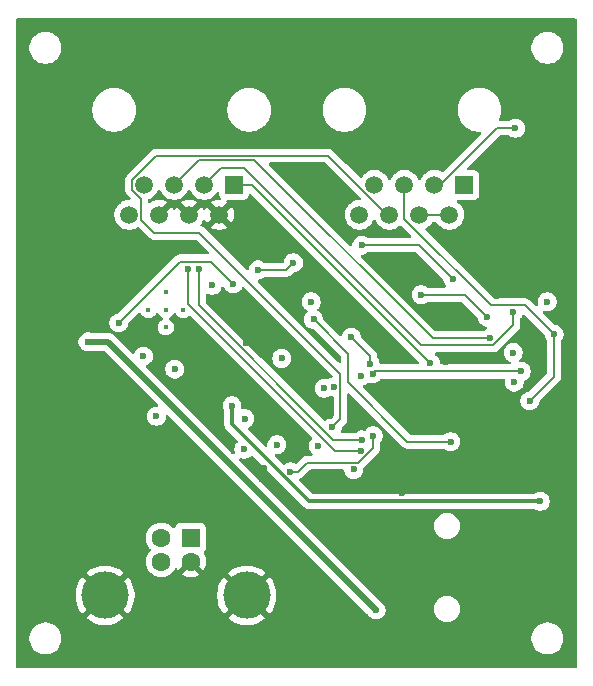
<source format=gbr>
%TF.GenerationSoftware,KiCad,Pcbnew,9.0.7*%
%TF.CreationDate,2026-01-18T11:35:39-05:00*%
%TF.ProjectId,digirig_icom,64696769-7269-4675-9f69-636f6d2e6b69,rev?*%
%TF.SameCoordinates,Original*%
%TF.FileFunction,Copper,L4,Bot*%
%TF.FilePolarity,Positive*%
%FSLAX46Y46*%
G04 Gerber Fmt 4.6, Leading zero omitted, Abs format (unit mm)*
G04 Created by KiCad (PCBNEW 9.0.7) date 2026-01-18 11:35:39*
%MOMM*%
%LPD*%
G01*
G04 APERTURE LIST*
%TA.AperFunction,ComponentPad*%
%ADD10R,1.500000X1.500000*%
%TD*%
%TA.AperFunction,ComponentPad*%
%ADD11C,1.500000*%
%TD*%
%TA.AperFunction,ComponentPad*%
%ADD12C,0.400000*%
%TD*%
%TA.AperFunction,ComponentPad*%
%ADD13R,1.600000X1.600000*%
%TD*%
%TA.AperFunction,ComponentPad*%
%ADD14C,1.600000*%
%TD*%
%TA.AperFunction,ComponentPad*%
%ADD15C,4.000000*%
%TD*%
%TA.AperFunction,ViaPad*%
%ADD16C,0.600000*%
%TD*%
%TA.AperFunction,Conductor*%
%ADD17C,0.150000*%
%TD*%
%TA.AperFunction,Conductor*%
%ADD18C,0.200000*%
%TD*%
%TA.AperFunction,Conductor*%
%ADD19C,0.300000*%
%TD*%
%TA.AperFunction,Conductor*%
%ADD20C,0.500000*%
%TD*%
G04 APERTURE END LIST*
D10*
%TO.P,J2,1*%
%TO.N,/DATA_H*%
X50480000Y-26600000D03*
D11*
%TO.P,J2,2*%
%TO.N,/H_GND*%
X49210000Y-29140000D03*
%TO.P,J2,3*%
%TO.N,/MIC_H*%
X47940000Y-26600000D03*
%TO.P,J2,4*%
%TO.N,/H_GND*%
X46670000Y-29140000D03*
%TO.P,J2,5*%
%TO.N,/PTT_H*%
X45400000Y-26600000D03*
%TO.P,J2,6*%
%TO.N,/M8V_SW_H*%
X44130000Y-29140000D03*
%TO.P,J2,7*%
%TO.N,/MIC_UD_H*%
X42860000Y-26600000D03*
%TO.P,J2,8*%
%TO.N,+8V*%
X41590000Y-29140000D03*
%TD*%
D10*
%TO.P,J1,1*%
%TO.N,/DATA_RADIO*%
X30980000Y-26600000D03*
D11*
%TO.P,J1,2*%
%TO.N,GND*%
X29710000Y-29140000D03*
%TO.P,J1,3*%
%TO.N,/MIC_RADIO*%
X28440000Y-26600000D03*
%TO.P,J1,4*%
%TO.N,GND*%
X27170000Y-29140000D03*
%TO.P,J1,5*%
%TO.N,/PTT_RADIO*%
X25900000Y-26600000D03*
%TO.P,J1,6*%
%TO.N,GND*%
X24630000Y-29140000D03*
%TO.P,J1,7*%
%TO.N,/MIC_UD_RADIO*%
X23360000Y-26600000D03*
%TO.P,J1,8*%
%TO.N,+8V*%
X22090000Y-29140000D03*
%TD*%
D12*
%TO.P,U1,34*%
%TO.N,N/C*%
X25200000Y-37175000D03*
%TO.P,U1,35*%
X26675000Y-37175000D03*
%TO.P,U1,36*%
X25200000Y-38650000D03*
%TO.P,U1,37*%
X23725000Y-37175000D03*
%TO.P,U1,38*%
X25200000Y-35700000D03*
%TD*%
D13*
%TO.P,J3,1,VBUS*%
%TO.N,+5V*%
X27300000Y-56500000D03*
D14*
%TO.P,J3,2,D-*%
%TO.N,Net-(J3-D-)*%
X24800000Y-56500000D03*
%TO.P,J3,3,D+*%
%TO.N,Net-(J3-D+)*%
X24800000Y-58500000D03*
%TO.P,J3,4,GND*%
%TO.N,GND*%
X27300000Y-58500000D03*
D15*
%TO.P,J3,5,Shield*%
X32050000Y-61360000D03*
X20050000Y-61360000D03*
%TD*%
D16*
%TO.N,+3V3*%
X38100000Y-48700000D03*
X23300000Y-41100000D03*
X24400000Y-46200000D03*
X57500000Y-36500000D03*
X25950000Y-42200000D03*
X34600000Y-48600000D03*
X31800000Y-49000000D03*
X41100000Y-50700000D03*
X29120000Y-35100000D03*
X35000000Y-41300000D03*
X37500000Y-36500000D03*
X38587500Y-43812500D03*
X31900000Y-46400000D03*
%TO.N,GND*%
X53200000Y-36000000D03*
X21100000Y-52000000D03*
X34500000Y-31200000D03*
X33500000Y-50600000D03*
X25200000Y-47300000D03*
X55100000Y-33300000D03*
X52450000Y-48250000D03*
X26300000Y-63600000D03*
X47700000Y-38100000D03*
X50600000Y-45700000D03*
X25000000Y-32300000D03*
X48900000Y-41600000D03*
X14900000Y-57300000D03*
X46200000Y-18100000D03*
X43400000Y-43600000D03*
X20200000Y-46400000D03*
X33300000Y-51500000D03*
X45200000Y-52700000D03*
X32000000Y-40000000D03*
X24850000Y-40750000D03*
X26800000Y-16800000D03*
X38700000Y-28900000D03*
X58300000Y-24900000D03*
X58200000Y-53100000D03*
X35300000Y-39500000D03*
X35800000Y-61600000D03*
X36900000Y-26900000D03*
X34900000Y-46200000D03*
X49200000Y-49700000D03*
X21200000Y-26900000D03*
X28000000Y-51500000D03*
X37000000Y-44100000D03*
X47700000Y-43600000D03*
X15300000Y-23500000D03*
X39100000Y-46200000D03*
X29800000Y-47000000D03*
X47000000Y-37200000D03*
X33000000Y-29000000D03*
X51350327Y-43562108D03*
%TO.N,/DVDD*%
X42750000Y-47850000D03*
X35750000Y-50900000D03*
%TO.N,/LOL*%
X30900000Y-35000000D03*
X21200000Y-38300000D03*
%TO.N,Net-(C16-Pad2)*%
X33000000Y-33800000D03*
X36000000Y-33200000D03*
%TO.N,/SCL*%
X41800000Y-48200000D03*
X27990000Y-33700000D03*
%TO.N,/SDA*%
X27063514Y-33700000D03*
X41700000Y-49100000D03*
%TO.N,/S4*%
X40900000Y-39500000D03*
X42500000Y-41800000D03*
%TO.N,/S3*%
X42700000Y-42600000D03*
X55300000Y-42400000D03*
%TO.N,/S2*%
X39400000Y-43700000D03*
X54700000Y-43300000D03*
%TO.N,/S1*%
X54600000Y-40800000D03*
X41700000Y-42800000D03*
%TO.N,/PTT_RADIO*%
X52634857Y-39581158D03*
%TO.N,/MIC_RADIO*%
X54600000Y-37400000D03*
%TO.N,/DATA_RADIO*%
X47600000Y-41700000D03*
%TO.N,/PTT_H*%
X58071500Y-39256854D03*
X56000000Y-44900000D03*
%TO.N,/MIC_H*%
X54800000Y-21800000D03*
%TO.N,/DATA_H*%
X46800000Y-35900000D03*
X52400000Y-37800000D03*
%TO.N,/M8V_SW_H*%
X39300000Y-47100000D03*
%TO.N,/MIC_MCU*%
X41800000Y-31700000D03*
X49500000Y-34600000D03*
%TO.N,/MIC_UD_MCU*%
X37700000Y-38000000D03*
X49300000Y-48350000D03*
%TO.N,Net-(CON2-R)*%
X43000000Y-62600000D03*
X18600000Y-39900000D03*
%TO.N,/LED*%
X30800000Y-45300000D03*
X56900000Y-53400000D03*
%TD*%
D17*
%TO.N,/DVDD*%
X41490588Y-50124000D02*
X37176000Y-50124000D01*
X42750000Y-47850000D02*
X42750000Y-48864588D01*
X37176000Y-50124000D02*
X36400000Y-50900000D01*
X42750000Y-48864588D02*
X41490588Y-50124000D01*
X35750000Y-50900000D02*
X36400000Y-50900000D01*
D18*
%TO.N,/LOL*%
X26401000Y-33099000D02*
X21200000Y-38300000D01*
X28999000Y-33099000D02*
X26401000Y-33099000D01*
X30900000Y-35000000D02*
X28999000Y-33099000D01*
%TO.N,Net-(C16-Pad2)*%
X35400000Y-33800000D02*
X33000000Y-33800000D01*
X36000000Y-33200000D02*
X35400000Y-33800000D01*
D17*
%TO.N,/SCL*%
X27990000Y-36804588D02*
X27990000Y-33700000D01*
X39385412Y-48200000D02*
X27990000Y-36804588D01*
X41800000Y-48200000D02*
X39385412Y-48200000D01*
%TO.N,/SDA*%
X39500000Y-49100000D02*
X41700000Y-49100000D01*
X27063514Y-36663514D02*
X39500000Y-49100000D01*
X27063514Y-33700000D02*
X27063514Y-36663514D01*
%TO.N,/S4*%
X42500000Y-41100000D02*
X40900000Y-39500000D01*
X42500000Y-41800000D02*
X42500000Y-41100000D01*
D18*
%TO.N,/S3*%
X42900000Y-42400000D02*
X42700000Y-42600000D01*
X55300000Y-42400000D02*
X42900000Y-42400000D01*
%TO.N,/PTT_RADIO*%
X47779158Y-39581158D02*
X32698000Y-24500000D01*
X52634857Y-39581158D02*
X47779158Y-39581158D01*
X28000000Y-24500000D02*
X25900000Y-26600000D01*
X32698000Y-24500000D02*
X28000000Y-24500000D01*
D19*
%TO.N,/MIC_UD_RADIO*%
X23647050Y-26600000D02*
X23360000Y-26600000D01*
D18*
%TO.N,/MIC_RADIO*%
X31800000Y-25200000D02*
X46782158Y-40182158D01*
X46782158Y-40182158D02*
X52883800Y-40182158D01*
X28440000Y-26600000D02*
X29840000Y-25200000D01*
X52883800Y-40182158D02*
X54600000Y-38465958D01*
X54600000Y-38465958D02*
X54600000Y-37400000D01*
X29840000Y-25200000D02*
X31800000Y-25200000D01*
%TO.N,/DATA_RADIO*%
X32500000Y-26600000D02*
X30980000Y-26600000D01*
X47600000Y-41700000D02*
X32500000Y-26600000D01*
%TO.N,/PTT_H*%
X58071500Y-42828500D02*
X58071500Y-39256854D01*
X55613646Y-36799000D02*
X58071500Y-39256854D01*
X45400000Y-26600000D02*
X45400000Y-29500000D01*
X52699000Y-36799000D02*
X55613646Y-36799000D01*
X45400000Y-29500000D02*
X52699000Y-36799000D01*
X56000000Y-44900000D02*
X58071500Y-42828500D01*
%TO.N,/H_GND*%
X49210000Y-29140000D02*
X46670000Y-29140000D01*
%TO.N,/MIC_H*%
X48429000Y-26600000D02*
X47940000Y-26600000D01*
X54800000Y-21800000D02*
X53229000Y-21800000D01*
X53229000Y-21800000D02*
X48429000Y-26600000D01*
%TO.N,/DATA_H*%
X52400000Y-37800000D02*
X50500000Y-35900000D01*
X50500000Y-35900000D02*
X46800000Y-35900000D01*
D17*
%TO.N,/M8V_SW_H*%
X23116000Y-27806984D02*
X23116000Y-29564984D01*
X38933016Y-24124000D02*
X24385016Y-24124000D01*
X23116000Y-29564984D02*
X24218016Y-30667000D01*
X39976000Y-42599108D02*
X39976000Y-46424000D01*
X22334000Y-26175016D02*
X22334000Y-27024984D01*
X39976000Y-46424000D02*
X39300000Y-47100000D01*
X24218016Y-30667000D02*
X28043892Y-30667000D01*
X22334000Y-27024984D02*
X23116000Y-27806984D01*
X24385016Y-24124000D02*
X22334000Y-26175016D01*
X28043892Y-30667000D02*
X39976000Y-42599108D01*
X44130000Y-29140000D02*
X43949016Y-29140000D01*
X43949016Y-29140000D02*
X38933016Y-24124000D01*
D18*
%TO.N,/MIC_MCU*%
X41800000Y-31700000D02*
X46600000Y-31700000D01*
X46600000Y-31700000D02*
X49500000Y-34600000D01*
D17*
%TO.N,/MIC_UD_MCU*%
X45650000Y-48350000D02*
X40600000Y-43300000D01*
X49300000Y-48350000D02*
X45650000Y-48350000D01*
X40600000Y-40900000D02*
X37700000Y-38000000D01*
X40600000Y-43300000D02*
X40600000Y-40900000D01*
D20*
%TO.N,Net-(CON2-R)*%
X20300000Y-39900000D02*
X18600000Y-39900000D01*
X43000000Y-62600000D02*
X20300000Y-39900000D01*
D19*
%TO.N,/LED*%
X56900000Y-53400000D02*
X37329346Y-53400000D01*
X37329346Y-53400000D02*
X30800000Y-46870654D01*
X30800000Y-46870654D02*
X30800000Y-45300000D01*
%TD*%
%TA.AperFunction,Conductor*%
%TO.N,GND*%
G36*
X30064330Y-35181818D02*
G01*
X30121002Y-35222685D01*
X30137638Y-35251303D01*
X30190602Y-35379172D01*
X30190609Y-35379185D01*
X30278210Y-35510288D01*
X30278213Y-35510292D01*
X30389707Y-35621786D01*
X30389711Y-35621789D01*
X30520814Y-35709390D01*
X30520827Y-35709397D01*
X30666498Y-35769735D01*
X30666503Y-35769737D01*
X30816709Y-35799615D01*
X30821153Y-35800499D01*
X30821156Y-35800500D01*
X30821158Y-35800500D01*
X30978844Y-35800500D01*
X30978845Y-35800499D01*
X31133497Y-35769737D01*
X31279179Y-35709394D01*
X31410289Y-35621789D01*
X31521789Y-35510289D01*
X31609394Y-35379179D01*
X31635850Y-35315306D01*
X31679688Y-35260905D01*
X31745981Y-35238839D01*
X31813681Y-35256117D01*
X31838091Y-35275079D01*
X39275019Y-42712007D01*
X39308504Y-42773330D01*
X39303520Y-42843022D01*
X39261648Y-42898955D01*
X39211532Y-42921305D01*
X39166505Y-42930262D01*
X39166498Y-42930264D01*
X39020828Y-42990602D01*
X39020817Y-42990608D01*
X38951273Y-43037076D01*
X38884595Y-43057953D01*
X38834934Y-43048536D01*
X38820997Y-43042763D01*
X38820993Y-43042762D01*
X38820988Y-43042760D01*
X38666345Y-43012000D01*
X38666342Y-43012000D01*
X38508658Y-43012000D01*
X38508655Y-43012000D01*
X38354010Y-43042761D01*
X38353998Y-43042764D01*
X38208327Y-43103102D01*
X38208314Y-43103109D01*
X38077211Y-43190710D01*
X38077207Y-43190713D01*
X37965713Y-43302207D01*
X37965710Y-43302211D01*
X37878109Y-43433314D01*
X37878102Y-43433327D01*
X37817764Y-43578998D01*
X37817761Y-43579010D01*
X37787000Y-43733653D01*
X37787000Y-43891346D01*
X37817761Y-44045989D01*
X37817764Y-44046001D01*
X37878102Y-44191672D01*
X37878109Y-44191685D01*
X37965710Y-44322788D01*
X37965713Y-44322792D01*
X38077207Y-44434286D01*
X38077211Y-44434289D01*
X38208314Y-44521890D01*
X38208327Y-44521897D01*
X38353998Y-44582235D01*
X38354003Y-44582237D01*
X38508653Y-44612999D01*
X38508656Y-44613000D01*
X38508658Y-44613000D01*
X38666344Y-44613000D01*
X38666345Y-44612999D01*
X38820997Y-44582237D01*
X38966679Y-44521894D01*
X39036224Y-44475424D01*
X39102900Y-44454546D01*
X39132977Y-44457697D01*
X39143035Y-44460016D01*
X39166503Y-44469737D01*
X39302532Y-44496795D01*
X39304362Y-44497217D01*
X39333253Y-44513461D01*
X39362602Y-44528814D01*
X39363565Y-44530505D01*
X39365264Y-44531461D01*
X39380780Y-44560737D01*
X39397176Y-44589529D01*
X39397496Y-44592275D01*
X39397984Y-44593196D01*
X39397824Y-44595093D01*
X39400500Y-44618046D01*
X39400500Y-46134258D01*
X39380815Y-46201297D01*
X39364181Y-46221939D01*
X39322939Y-46263181D01*
X39261616Y-46296666D01*
X39235258Y-46299500D01*
X39221155Y-46299500D01*
X39066510Y-46330261D01*
X39066498Y-46330264D01*
X38920827Y-46390602D01*
X38920814Y-46390609D01*
X38789711Y-46478210D01*
X38789707Y-46478213D01*
X38721287Y-46546634D01*
X38659964Y-46580119D01*
X38590272Y-46575135D01*
X38545925Y-46546634D01*
X33302039Y-41302747D01*
X33220445Y-41221153D01*
X34199500Y-41221153D01*
X34199500Y-41378846D01*
X34230261Y-41533489D01*
X34230264Y-41533501D01*
X34290602Y-41679172D01*
X34290609Y-41679185D01*
X34378210Y-41810288D01*
X34378213Y-41810292D01*
X34489707Y-41921786D01*
X34489711Y-41921789D01*
X34620814Y-42009390D01*
X34620827Y-42009397D01*
X34733276Y-42055974D01*
X34766503Y-42069737D01*
X34871418Y-42090606D01*
X34921153Y-42100499D01*
X34921156Y-42100500D01*
X34921158Y-42100500D01*
X35078844Y-42100500D01*
X35078845Y-42100499D01*
X35233497Y-42069737D01*
X35351592Y-42020821D01*
X35379172Y-42009397D01*
X35379172Y-42009396D01*
X35379179Y-42009394D01*
X35510289Y-41921789D01*
X35621789Y-41810289D01*
X35709394Y-41679179D01*
X35769737Y-41533497D01*
X35800500Y-41378842D01*
X35800500Y-41221158D01*
X35800500Y-41221155D01*
X35800499Y-41221153D01*
X35792148Y-41179172D01*
X35769737Y-41066503D01*
X35769735Y-41066498D01*
X35709397Y-40920827D01*
X35709390Y-40920814D01*
X35621789Y-40789711D01*
X35621786Y-40789707D01*
X35510292Y-40678213D01*
X35510288Y-40678210D01*
X35379185Y-40590609D01*
X35379172Y-40590602D01*
X35233501Y-40530264D01*
X35233489Y-40530261D01*
X35078845Y-40499500D01*
X35078842Y-40499500D01*
X34921158Y-40499500D01*
X34921155Y-40499500D01*
X34766510Y-40530261D01*
X34766498Y-40530264D01*
X34620827Y-40590602D01*
X34620814Y-40590609D01*
X34489711Y-40678210D01*
X34489707Y-40678213D01*
X34378213Y-40789707D01*
X34378210Y-40789711D01*
X34290609Y-40920814D01*
X34290602Y-40920827D01*
X34230264Y-41066498D01*
X34230261Y-41066510D01*
X34199500Y-41221153D01*
X33220445Y-41221153D01*
X28601819Y-36602527D01*
X28568334Y-36541204D01*
X28565500Y-36514846D01*
X28565500Y-35922353D01*
X28585185Y-35855314D01*
X28637989Y-35809559D01*
X28707147Y-35799615D01*
X28736952Y-35807792D01*
X28886498Y-35869735D01*
X28886503Y-35869737D01*
X29041153Y-35900499D01*
X29041156Y-35900500D01*
X29041158Y-35900500D01*
X29198844Y-35900500D01*
X29198845Y-35900499D01*
X29353497Y-35869737D01*
X29499179Y-35809394D01*
X29630289Y-35721789D01*
X29741789Y-35610289D01*
X29829394Y-35479179D01*
X29889737Y-35333497D01*
X29900415Y-35279815D01*
X29901460Y-35274564D01*
X29933845Y-35212653D01*
X29994560Y-35178079D01*
X30064330Y-35181818D01*
G37*
%TD.AperFunction*%
%TA.AperFunction,Conductor*%
G36*
X32434940Y-27384175D02*
G01*
X46638584Y-41587819D01*
X46672069Y-41649142D01*
X46667085Y-41718834D01*
X46625213Y-41774767D01*
X46559749Y-41799184D01*
X46550903Y-41799500D01*
X43417848Y-41799500D01*
X43350809Y-41779815D01*
X43305054Y-41727011D01*
X43296231Y-41699692D01*
X43269738Y-41566508D01*
X43269737Y-41566507D01*
X43269737Y-41566503D01*
X43233569Y-41479185D01*
X43209397Y-41420827D01*
X43209390Y-41420814D01*
X43121789Y-41289711D01*
X43121786Y-41289707D01*
X43111819Y-41279740D01*
X43078334Y-41218417D01*
X43075500Y-41192059D01*
X43075500Y-41024236D01*
X43075500Y-41024234D01*
X43036281Y-40877865D01*
X42960515Y-40746635D01*
X42853365Y-40639485D01*
X41736819Y-39522939D01*
X41703334Y-39461616D01*
X41700500Y-39435258D01*
X41700500Y-39421155D01*
X41700499Y-39421153D01*
X41683500Y-39335696D01*
X41669737Y-39266503D01*
X41669735Y-39266498D01*
X41609397Y-39120827D01*
X41609390Y-39120814D01*
X41521789Y-38989711D01*
X41521786Y-38989707D01*
X41410292Y-38878213D01*
X41410288Y-38878210D01*
X41279185Y-38790609D01*
X41279172Y-38790602D01*
X41133501Y-38730264D01*
X41133489Y-38730261D01*
X40978845Y-38699500D01*
X40978842Y-38699500D01*
X40821158Y-38699500D01*
X40821155Y-38699500D01*
X40666510Y-38730261D01*
X40666498Y-38730264D01*
X40520827Y-38790602D01*
X40520814Y-38790609D01*
X40389711Y-38878210D01*
X40389707Y-38878213D01*
X40278213Y-38989707D01*
X40278210Y-38989711D01*
X40190609Y-39120814D01*
X40190602Y-39120827D01*
X40130264Y-39266498D01*
X40130261Y-39266508D01*
X40117472Y-39330805D01*
X40085087Y-39392716D01*
X40024371Y-39427290D01*
X39954602Y-39423550D01*
X39908174Y-39394294D01*
X38536819Y-38022939D01*
X38503334Y-37961616D01*
X38500500Y-37935258D01*
X38500500Y-37921155D01*
X38500499Y-37921153D01*
X38497898Y-37908078D01*
X38469737Y-37766503D01*
X38450955Y-37721158D01*
X38409397Y-37620827D01*
X38409390Y-37620814D01*
X38321789Y-37489711D01*
X38321786Y-37489707D01*
X38210292Y-37378213D01*
X38210288Y-37378210D01*
X38079185Y-37290609D01*
X38073809Y-37287736D01*
X38074847Y-37285793D01*
X38028147Y-37248165D01*
X38006079Y-37181872D01*
X38023355Y-37114171D01*
X38042315Y-37089762D01*
X38121789Y-37010289D01*
X38209394Y-36879179D01*
X38269737Y-36733497D01*
X38300500Y-36578842D01*
X38300500Y-36421158D01*
X38300500Y-36421155D01*
X38300499Y-36421153D01*
X38280533Y-36320778D01*
X38269737Y-36266503D01*
X38258520Y-36239422D01*
X38209397Y-36120827D01*
X38209390Y-36120814D01*
X38121789Y-35989711D01*
X38121786Y-35989707D01*
X38010292Y-35878213D01*
X38010288Y-35878210D01*
X37879185Y-35790609D01*
X37879172Y-35790602D01*
X37733501Y-35730264D01*
X37733489Y-35730261D01*
X37578845Y-35699500D01*
X37578842Y-35699500D01*
X37421158Y-35699500D01*
X37421155Y-35699500D01*
X37266510Y-35730261D01*
X37266498Y-35730264D01*
X37120827Y-35790602D01*
X37120814Y-35790609D01*
X36989711Y-35878210D01*
X36989707Y-35878213D01*
X36878213Y-35989707D01*
X36878210Y-35989711D01*
X36790609Y-36120814D01*
X36790602Y-36120827D01*
X36730264Y-36266498D01*
X36730261Y-36266510D01*
X36699500Y-36421153D01*
X36699500Y-36578846D01*
X36730261Y-36733489D01*
X36730264Y-36733501D01*
X36790602Y-36879172D01*
X36790609Y-36879185D01*
X36878210Y-37010288D01*
X36878213Y-37010292D01*
X36989707Y-37121786D01*
X36989711Y-37121789D01*
X37120814Y-37209390D01*
X37126191Y-37212264D01*
X37125150Y-37214210D01*
X37171836Y-37251812D01*
X37193919Y-37318100D01*
X37176658Y-37385804D01*
X37157681Y-37410240D01*
X37078210Y-37489711D01*
X36990609Y-37620814D01*
X36990602Y-37620827D01*
X36930264Y-37766498D01*
X36930261Y-37766510D01*
X36899500Y-37921153D01*
X36899500Y-38078846D01*
X36930261Y-38233489D01*
X36930264Y-38233501D01*
X36990602Y-38379172D01*
X36990609Y-38379185D01*
X37078210Y-38510288D01*
X37078213Y-38510292D01*
X37189707Y-38621786D01*
X37189711Y-38621789D01*
X37320814Y-38709390D01*
X37320827Y-38709397D01*
X37449823Y-38762828D01*
X37466503Y-38769737D01*
X37621153Y-38800499D01*
X37621156Y-38800500D01*
X37621158Y-38800500D01*
X37635258Y-38800500D01*
X37702297Y-38820185D01*
X37722939Y-38836819D01*
X39988181Y-41102061D01*
X40021666Y-41163384D01*
X40024500Y-41189742D01*
X40024500Y-41534366D01*
X40004815Y-41601405D01*
X39952011Y-41647160D01*
X39882853Y-41657104D01*
X39819297Y-41628079D01*
X39812819Y-41622047D01*
X33002442Y-34811670D01*
X32968957Y-34750347D01*
X32973941Y-34680655D01*
X33015813Y-34624722D01*
X33073030Y-34602504D01*
X33072868Y-34601689D01*
X33077506Y-34600766D01*
X33077971Y-34600586D01*
X33078836Y-34600500D01*
X33078842Y-34600500D01*
X33233497Y-34569737D01*
X33379179Y-34509394D01*
X33425848Y-34478211D01*
X33510875Y-34421398D01*
X33577553Y-34400520D01*
X33579766Y-34400500D01*
X35313331Y-34400500D01*
X35313347Y-34400501D01*
X35320943Y-34400501D01*
X35479054Y-34400501D01*
X35479057Y-34400501D01*
X35631785Y-34359577D01*
X35697235Y-34321789D01*
X35768716Y-34280520D01*
X35880520Y-34168716D01*
X35880520Y-34168714D01*
X35890724Y-34158511D01*
X35890730Y-34158504D01*
X35961415Y-34087819D01*
X36014662Y-34034572D01*
X36075984Y-34001088D01*
X36078151Y-34000637D01*
X36078840Y-34000500D01*
X36078842Y-34000500D01*
X36233497Y-33969737D01*
X36379179Y-33909394D01*
X36510289Y-33821789D01*
X36621789Y-33710289D01*
X36709394Y-33579179D01*
X36769737Y-33433497D01*
X36800500Y-33278842D01*
X36800500Y-33121158D01*
X36800500Y-33121155D01*
X36800499Y-33121153D01*
X36782419Y-33030261D01*
X36769737Y-32966503D01*
X36769735Y-32966498D01*
X36709397Y-32820827D01*
X36709390Y-32820814D01*
X36621789Y-32689711D01*
X36621786Y-32689707D01*
X36510292Y-32578213D01*
X36510288Y-32578210D01*
X36379185Y-32490609D01*
X36379172Y-32490602D01*
X36233501Y-32430264D01*
X36233489Y-32430261D01*
X36078845Y-32399500D01*
X36078842Y-32399500D01*
X35921158Y-32399500D01*
X35921155Y-32399500D01*
X35766510Y-32430261D01*
X35766498Y-32430264D01*
X35620827Y-32490602D01*
X35620814Y-32490609D01*
X35489711Y-32578210D01*
X35489707Y-32578213D01*
X35378213Y-32689707D01*
X35378210Y-32689711D01*
X35290609Y-32820814D01*
X35290602Y-32820827D01*
X35230264Y-32966498D01*
X35230261Y-32966508D01*
X35203769Y-33099692D01*
X35171384Y-33161603D01*
X35110668Y-33196177D01*
X35082152Y-33199500D01*
X33579766Y-33199500D01*
X33512727Y-33179815D01*
X33510875Y-33178602D01*
X33379185Y-33090609D01*
X33379172Y-33090602D01*
X33233501Y-33030264D01*
X33233489Y-33030261D01*
X33078845Y-32999500D01*
X33078842Y-32999500D01*
X32921158Y-32999500D01*
X32921155Y-32999500D01*
X32766510Y-33030261D01*
X32766498Y-33030264D01*
X32620827Y-33090602D01*
X32620814Y-33090609D01*
X32489711Y-33178210D01*
X32489707Y-33178213D01*
X32378213Y-33289707D01*
X32378210Y-33289711D01*
X32290609Y-33420814D01*
X32290602Y-33420827D01*
X32230264Y-33566498D01*
X32230261Y-33566510D01*
X32199498Y-33721164D01*
X32199411Y-33722047D01*
X32199236Y-33722478D01*
X32198311Y-33727132D01*
X32197427Y-33726956D01*
X32173242Y-33786831D01*
X32116202Y-33827182D01*
X32046401Y-33830289D01*
X31988329Y-33797557D01*
X28397259Y-30206487D01*
X28397257Y-30206485D01*
X28322985Y-30163604D01*
X28266028Y-30130719D01*
X28238697Y-30123396D01*
X28213675Y-30116691D01*
X28154015Y-30080327D01*
X28123486Y-30017480D01*
X28131781Y-29948105D01*
X28145452Y-29924030D01*
X28239096Y-29795142D01*
X28329515Y-29617685D01*
X28377489Y-29566888D01*
X28445310Y-29550093D01*
X28511445Y-29572630D01*
X28550485Y-29617684D01*
X28640905Y-29795145D01*
X28666319Y-29830125D01*
X28666320Y-29830125D01*
X29330000Y-29166445D01*
X29330000Y-29190028D01*
X29355896Y-29286675D01*
X29405924Y-29373325D01*
X29476675Y-29444076D01*
X29563325Y-29494104D01*
X29659972Y-29520000D01*
X29683553Y-29520000D01*
X29019873Y-30183677D01*
X29019873Y-30183678D01*
X29054858Y-30209096D01*
X29230164Y-30298418D01*
X29417294Y-30359221D01*
X29611618Y-30390000D01*
X29808382Y-30390000D01*
X30002705Y-30359221D01*
X30189835Y-30298418D01*
X30365143Y-30209095D01*
X30400125Y-30183678D01*
X30400126Y-30183678D01*
X29736448Y-29520000D01*
X29760028Y-29520000D01*
X29856675Y-29494104D01*
X29943325Y-29444076D01*
X30014076Y-29373325D01*
X30064104Y-29286675D01*
X30090000Y-29190028D01*
X30090000Y-29166448D01*
X30753678Y-29830126D01*
X30753678Y-29830125D01*
X30779095Y-29795143D01*
X30868418Y-29619835D01*
X30929221Y-29432705D01*
X30960000Y-29238382D01*
X30960000Y-29041617D01*
X30929221Y-28847294D01*
X30868418Y-28660164D01*
X30779096Y-28484858D01*
X30753678Y-28449873D01*
X30753677Y-28449873D01*
X30090000Y-29113551D01*
X30090000Y-29089972D01*
X30064104Y-28993325D01*
X30014076Y-28906675D01*
X29943325Y-28835924D01*
X29856675Y-28785896D01*
X29760028Y-28760000D01*
X29736447Y-28760000D01*
X30400125Y-28096320D01*
X30400125Y-28096319D01*
X30370531Y-28074818D01*
X30327864Y-28019488D01*
X30321885Y-27949875D01*
X30354490Y-27888080D01*
X30415328Y-27853722D01*
X30443407Y-27850499D01*
X31777872Y-27850499D01*
X31837483Y-27844091D01*
X31972331Y-27793796D01*
X32087546Y-27707546D01*
X32173796Y-27592331D01*
X32224091Y-27457483D01*
X32224091Y-27457481D01*
X32225874Y-27449938D01*
X32227411Y-27450301D01*
X32250695Y-27394065D01*
X32308082Y-27354208D01*
X32377906Y-27351703D01*
X32434940Y-27384175D01*
G37*
%TD.AperFunction*%
%TA.AperFunction,Conductor*%
G36*
X46366942Y-32320185D02*
G01*
X46387584Y-32336819D01*
X48665425Y-34614660D01*
X48698910Y-34675983D01*
X48699361Y-34678149D01*
X48730261Y-34833491D01*
X48730264Y-34833501D01*
X48790602Y-34979172D01*
X48790609Y-34979185D01*
X48875752Y-35106609D01*
X48896630Y-35173286D01*
X48878146Y-35240666D01*
X48826167Y-35287357D01*
X48772650Y-35299500D01*
X47379766Y-35299500D01*
X47312727Y-35279815D01*
X47310875Y-35278602D01*
X47179185Y-35190609D01*
X47179172Y-35190602D01*
X47033501Y-35130264D01*
X47033489Y-35130261D01*
X46878845Y-35099500D01*
X46878842Y-35099500D01*
X46721158Y-35099500D01*
X46721155Y-35099500D01*
X46566510Y-35130261D01*
X46566498Y-35130264D01*
X46420827Y-35190602D01*
X46420814Y-35190609D01*
X46289711Y-35278210D01*
X46289707Y-35278213D01*
X46178213Y-35389707D01*
X46178210Y-35389711D01*
X46090609Y-35520814D01*
X46090602Y-35520827D01*
X46030264Y-35666498D01*
X46030261Y-35666510D01*
X45999500Y-35821153D01*
X45999500Y-35978846D01*
X46030261Y-36133489D01*
X46030264Y-36133501D01*
X46090602Y-36279172D01*
X46090609Y-36279185D01*
X46178210Y-36410288D01*
X46178213Y-36410292D01*
X46289707Y-36521786D01*
X46289711Y-36521789D01*
X46420814Y-36609390D01*
X46420827Y-36609397D01*
X46566498Y-36669735D01*
X46566503Y-36669737D01*
X46721153Y-36700499D01*
X46721156Y-36700500D01*
X46721158Y-36700500D01*
X46878844Y-36700500D01*
X46878845Y-36700499D01*
X47033497Y-36669737D01*
X47179179Y-36609394D01*
X47189456Y-36602527D01*
X47310875Y-36521398D01*
X47377553Y-36500520D01*
X47379766Y-36500500D01*
X50199903Y-36500500D01*
X50266942Y-36520185D01*
X50287584Y-36536819D01*
X51565425Y-37814660D01*
X51598910Y-37875983D01*
X51599361Y-37878149D01*
X51630261Y-38033491D01*
X51630264Y-38033501D01*
X51690602Y-38179172D01*
X51690609Y-38179185D01*
X51778210Y-38310288D01*
X51778213Y-38310292D01*
X51889707Y-38421786D01*
X51889711Y-38421789D01*
X52020814Y-38509390D01*
X52020827Y-38509397D01*
X52106830Y-38545020D01*
X52166503Y-38569737D01*
X52223146Y-38581004D01*
X52318430Y-38599958D01*
X52380341Y-38632343D01*
X52414916Y-38693059D01*
X52411176Y-38762828D01*
X52370309Y-38819500D01*
X52341691Y-38836136D01*
X52255684Y-38871760D01*
X52255671Y-38871767D01*
X52123982Y-38959760D01*
X52057304Y-38980638D01*
X52055091Y-38980658D01*
X48079255Y-38980658D01*
X48012216Y-38960973D01*
X47991574Y-38944339D01*
X41759416Y-32712181D01*
X41725931Y-32650858D01*
X41730915Y-32581166D01*
X41772787Y-32525233D01*
X41838251Y-32500816D01*
X41847097Y-32500500D01*
X41878844Y-32500500D01*
X41878845Y-32500499D01*
X42033497Y-32469737D01*
X42179179Y-32409394D01*
X42179185Y-32409390D01*
X42310875Y-32321398D01*
X42377553Y-32300520D01*
X42379766Y-32300500D01*
X46299903Y-32300500D01*
X46366942Y-32320185D01*
G37*
%TD.AperFunction*%
%TA.AperFunction,Conductor*%
G36*
X38710313Y-24719185D02*
G01*
X38730955Y-24735819D01*
X40302310Y-26307174D01*
X41672956Y-27677819D01*
X41706441Y-27739142D01*
X41701457Y-27808834D01*
X41659585Y-27864767D01*
X41594121Y-27889184D01*
X41585275Y-27889500D01*
X41491578Y-27889500D01*
X41297173Y-27920290D01*
X41109970Y-27981117D01*
X40934594Y-28070476D01*
X40883259Y-28107774D01*
X40775354Y-28186172D01*
X40775352Y-28186174D01*
X40775351Y-28186174D01*
X40636174Y-28325351D01*
X40636174Y-28325352D01*
X40636172Y-28325354D01*
X40586485Y-28393741D01*
X40520476Y-28484594D01*
X40431117Y-28659970D01*
X40370290Y-28847173D01*
X40339500Y-29041577D01*
X40339500Y-29238422D01*
X40370290Y-29432826D01*
X40431117Y-29620029D01*
X40514307Y-29783297D01*
X40520476Y-29795405D01*
X40636172Y-29954646D01*
X40775354Y-30093828D01*
X40934595Y-30209524D01*
X41017455Y-30251743D01*
X41109970Y-30298882D01*
X41109972Y-30298882D01*
X41109975Y-30298884D01*
X41184039Y-30322949D01*
X41297173Y-30359709D01*
X41491578Y-30390500D01*
X41491583Y-30390500D01*
X41688422Y-30390500D01*
X41882826Y-30359709D01*
X41884328Y-30359221D01*
X42070025Y-30298884D01*
X42245405Y-30209524D01*
X42404646Y-30093828D01*
X42543828Y-29954646D01*
X42659524Y-29795405D01*
X42748884Y-29620025D01*
X42749515Y-29618787D01*
X42797489Y-29567990D01*
X42865310Y-29551195D01*
X42931445Y-29573732D01*
X42970485Y-29618787D01*
X43060474Y-29795403D01*
X43085702Y-29830125D01*
X43176172Y-29954646D01*
X43315354Y-30093828D01*
X43474595Y-30209524D01*
X43557455Y-30251743D01*
X43649970Y-30298882D01*
X43649972Y-30298882D01*
X43649975Y-30298884D01*
X43724039Y-30322949D01*
X43837173Y-30359709D01*
X44031578Y-30390500D01*
X44031583Y-30390500D01*
X44228422Y-30390500D01*
X44422826Y-30359709D01*
X44424328Y-30359221D01*
X44610025Y-30298884D01*
X44785405Y-30209524D01*
X44944646Y-30093828D01*
X44956936Y-30081537D01*
X45018253Y-30048051D01*
X45087945Y-30053031D01*
X45132300Y-30081535D01*
X45938584Y-30887819D01*
X45972069Y-30949142D01*
X45967085Y-31018834D01*
X45925213Y-31074767D01*
X45859749Y-31099184D01*
X45850903Y-31099500D01*
X42379766Y-31099500D01*
X42312727Y-31079815D01*
X42310875Y-31078602D01*
X42179185Y-30990609D01*
X42179172Y-30990602D01*
X42033501Y-30930264D01*
X42033489Y-30930261D01*
X41878845Y-30899500D01*
X41878842Y-30899500D01*
X41721158Y-30899500D01*
X41721155Y-30899500D01*
X41566510Y-30930261D01*
X41566498Y-30930264D01*
X41420827Y-30990602D01*
X41420814Y-30990609D01*
X41289711Y-31078210D01*
X41289707Y-31078213D01*
X41178213Y-31189707D01*
X41178210Y-31189711D01*
X41090609Y-31320814D01*
X41090602Y-31320827D01*
X41030264Y-31466498D01*
X41030261Y-31466510D01*
X40999500Y-31621153D01*
X40999500Y-31652903D01*
X40979815Y-31719942D01*
X40927011Y-31765697D01*
X40857853Y-31775641D01*
X40794297Y-31746616D01*
X40787819Y-31740584D01*
X33958416Y-24911181D01*
X33924931Y-24849858D01*
X33929915Y-24780166D01*
X33971787Y-24724233D01*
X34037251Y-24699816D01*
X34046097Y-24699500D01*
X38643274Y-24699500D01*
X38710313Y-24719185D01*
G37*
%TD.AperFunction*%
%TA.AperFunction,Conductor*%
G36*
X27241445Y-27033732D02*
G01*
X27280485Y-27078787D01*
X27370474Y-27255403D01*
X27374817Y-27261380D01*
X27486172Y-27414646D01*
X27625354Y-27553828D01*
X27784595Y-27669524D01*
X27852223Y-27703982D01*
X27959970Y-27758882D01*
X27959972Y-27758882D01*
X27959975Y-27758884D01*
X28022812Y-27779301D01*
X28147173Y-27819709D01*
X28341578Y-27850500D01*
X28341583Y-27850500D01*
X28538422Y-27850500D01*
X28732826Y-27819709D01*
X28920025Y-27758884D01*
X29095405Y-27669524D01*
X29254646Y-27553828D01*
X29393828Y-27414646D01*
X29505184Y-27261378D01*
X29560512Y-27218714D01*
X29630125Y-27212735D01*
X29691920Y-27245341D01*
X29726277Y-27306179D01*
X29729500Y-27334263D01*
X29729500Y-27397869D01*
X29729501Y-27397876D01*
X29735908Y-27457483D01*
X29786202Y-27592328D01*
X29786206Y-27592335D01*
X29860583Y-27691689D01*
X29885001Y-27757153D01*
X29870150Y-27825426D01*
X29820745Y-27874832D01*
X29761317Y-27890000D01*
X29611618Y-27890000D01*
X29417294Y-27920778D01*
X29230161Y-27981582D01*
X29054863Y-28070899D01*
X29054859Y-28070902D01*
X29019873Y-28096320D01*
X29019872Y-28096320D01*
X29683554Y-28760000D01*
X29659972Y-28760000D01*
X29563325Y-28785896D01*
X29476675Y-28835924D01*
X29405924Y-28906675D01*
X29355896Y-28993325D01*
X29330000Y-29089972D01*
X29330000Y-29113552D01*
X28666320Y-28449872D01*
X28666320Y-28449873D01*
X28640902Y-28484859D01*
X28550484Y-28662315D01*
X28502509Y-28713111D01*
X28434688Y-28729906D01*
X28368553Y-28707369D01*
X28329514Y-28662314D01*
X28239097Y-28484860D01*
X28213678Y-28449873D01*
X27550000Y-29113551D01*
X27550000Y-29089972D01*
X27524104Y-28993325D01*
X27474076Y-28906675D01*
X27403325Y-28835924D01*
X27316675Y-28785896D01*
X27220028Y-28760000D01*
X27196447Y-28760000D01*
X27860125Y-28096320D01*
X27860125Y-28096319D01*
X27825145Y-28070905D01*
X27649835Y-27981581D01*
X27462705Y-27920778D01*
X27268382Y-27890000D01*
X27071618Y-27890000D01*
X26877294Y-27920778D01*
X26690161Y-27981582D01*
X26514863Y-28070899D01*
X26514859Y-28070902D01*
X26479873Y-28096320D01*
X26479872Y-28096320D01*
X27143554Y-28760000D01*
X27119972Y-28760000D01*
X27023325Y-28785896D01*
X26936675Y-28835924D01*
X26865924Y-28906675D01*
X26815896Y-28993325D01*
X26790000Y-29089972D01*
X26790000Y-29113552D01*
X26126320Y-28449872D01*
X26126320Y-28449873D01*
X26100902Y-28484859D01*
X26010484Y-28662315D01*
X25962509Y-28713111D01*
X25894688Y-28729906D01*
X25828553Y-28707369D01*
X25789514Y-28662314D01*
X25699097Y-28484860D01*
X25673678Y-28449873D01*
X25673677Y-28449873D01*
X25010000Y-29113551D01*
X25010000Y-29089972D01*
X24984104Y-28993325D01*
X24934076Y-28906675D01*
X24863325Y-28835924D01*
X24776675Y-28785896D01*
X24680028Y-28760000D01*
X24656446Y-28760000D01*
X25320125Y-28096320D01*
X25320125Y-28096319D01*
X25285145Y-28070905D01*
X25109835Y-27981581D01*
X24922705Y-27920778D01*
X24728382Y-27890000D01*
X24531618Y-27890000D01*
X24337294Y-27920778D01*
X24150164Y-27981581D01*
X23974853Y-28070906D01*
X23888385Y-28133729D01*
X23876525Y-28137960D01*
X23867011Y-28146205D01*
X23844244Y-28149478D01*
X23822579Y-28157209D01*
X23810314Y-28154357D01*
X23797853Y-28156149D01*
X23776930Y-28146594D01*
X23754525Y-28141384D01*
X23745749Y-28132354D01*
X23734297Y-28127124D01*
X23721861Y-28107774D01*
X23705830Y-28091278D01*
X23702425Y-28077530D01*
X23696523Y-28068346D01*
X23691500Y-28033411D01*
X23691500Y-27897233D01*
X23711185Y-27830194D01*
X23763989Y-27784439D01*
X23777168Y-27779306D01*
X23840025Y-27758884D01*
X24015405Y-27669524D01*
X24174646Y-27553828D01*
X24313828Y-27414646D01*
X24429524Y-27255405D01*
X24518884Y-27080025D01*
X24519515Y-27078787D01*
X24567489Y-27027990D01*
X24635310Y-27011195D01*
X24701445Y-27033732D01*
X24740485Y-27078787D01*
X24830474Y-27255403D01*
X24834817Y-27261380D01*
X24946172Y-27414646D01*
X25085354Y-27553828D01*
X25244595Y-27669524D01*
X25312223Y-27703982D01*
X25419970Y-27758882D01*
X25419972Y-27758882D01*
X25419975Y-27758884D01*
X25482812Y-27779301D01*
X25607173Y-27819709D01*
X25801578Y-27850500D01*
X25801583Y-27850500D01*
X25998422Y-27850500D01*
X26192826Y-27819709D01*
X26380025Y-27758884D01*
X26555405Y-27669524D01*
X26714646Y-27553828D01*
X26853828Y-27414646D01*
X26969524Y-27255405D01*
X27058884Y-27080025D01*
X27059515Y-27078787D01*
X27107489Y-27027990D01*
X27175310Y-27011195D01*
X27241445Y-27033732D01*
G37*
%TD.AperFunction*%
%TA.AperFunction,Conductor*%
G36*
X59942539Y-12520185D02*
G01*
X59988294Y-12572989D01*
X59999500Y-12624500D01*
X59999500Y-67375500D01*
X59979815Y-67442539D01*
X59927011Y-67488294D01*
X59875500Y-67499500D01*
X12624500Y-67499500D01*
X12557461Y-67479815D01*
X12511706Y-67427011D01*
X12500500Y-67375500D01*
X12500500Y-64893713D01*
X13649500Y-64893713D01*
X13649500Y-65106286D01*
X13682753Y-65316239D01*
X13748444Y-65518414D01*
X13844951Y-65707820D01*
X13969890Y-65879786D01*
X14120213Y-66030109D01*
X14292179Y-66155048D01*
X14292181Y-66155049D01*
X14292184Y-66155051D01*
X14481588Y-66251557D01*
X14683757Y-66317246D01*
X14893713Y-66350500D01*
X14893714Y-66350500D01*
X15106286Y-66350500D01*
X15106287Y-66350500D01*
X15316243Y-66317246D01*
X15518412Y-66251557D01*
X15707816Y-66155051D01*
X15729789Y-66139086D01*
X15879786Y-66030109D01*
X15879788Y-66030106D01*
X15879792Y-66030104D01*
X16030104Y-65879792D01*
X16030106Y-65879788D01*
X16030109Y-65879786D01*
X16155048Y-65707820D01*
X16155047Y-65707820D01*
X16155051Y-65707816D01*
X16251557Y-65518412D01*
X16317246Y-65316243D01*
X16350500Y-65106287D01*
X16350500Y-64893713D01*
X56149500Y-64893713D01*
X56149500Y-65106286D01*
X56182753Y-65316239D01*
X56248444Y-65518414D01*
X56344951Y-65707820D01*
X56469890Y-65879786D01*
X56620213Y-66030109D01*
X56792179Y-66155048D01*
X56792181Y-66155049D01*
X56792184Y-66155051D01*
X56981588Y-66251557D01*
X57183757Y-66317246D01*
X57393713Y-66350500D01*
X57393714Y-66350500D01*
X57606286Y-66350500D01*
X57606287Y-66350500D01*
X57816243Y-66317246D01*
X58018412Y-66251557D01*
X58207816Y-66155051D01*
X58229789Y-66139086D01*
X58379786Y-66030109D01*
X58379788Y-66030106D01*
X58379792Y-66030104D01*
X58530104Y-65879792D01*
X58530106Y-65879788D01*
X58530109Y-65879786D01*
X58655048Y-65707820D01*
X58655047Y-65707820D01*
X58655051Y-65707816D01*
X58751557Y-65518412D01*
X58817246Y-65316243D01*
X58850500Y-65106287D01*
X58850500Y-64893713D01*
X58817246Y-64683757D01*
X58751557Y-64481588D01*
X58655051Y-64292184D01*
X58655049Y-64292181D01*
X58655048Y-64292179D01*
X58530109Y-64120213D01*
X58379786Y-63969890D01*
X58207820Y-63844951D01*
X58018414Y-63748444D01*
X58018413Y-63748443D01*
X58018412Y-63748443D01*
X57816243Y-63682754D01*
X57816241Y-63682753D01*
X57816240Y-63682753D01*
X57654957Y-63657208D01*
X57606287Y-63649500D01*
X57393713Y-63649500D01*
X57345042Y-63657208D01*
X57183760Y-63682753D01*
X56981585Y-63748444D01*
X56792179Y-63844951D01*
X56620213Y-63969890D01*
X56469890Y-64120213D01*
X56344951Y-64292179D01*
X56248444Y-64481585D01*
X56182753Y-64683760D01*
X56149500Y-64893713D01*
X16350500Y-64893713D01*
X16317246Y-64683757D01*
X16251557Y-64481588D01*
X16155051Y-64292184D01*
X16155049Y-64292181D01*
X16155048Y-64292179D01*
X16030109Y-64120213D01*
X15879786Y-63969890D01*
X15707820Y-63844951D01*
X15518414Y-63748444D01*
X15518413Y-63748443D01*
X15518412Y-63748443D01*
X15316243Y-63682754D01*
X15316241Y-63682753D01*
X15316240Y-63682753D01*
X15154957Y-63657208D01*
X15106287Y-63649500D01*
X14893713Y-63649500D01*
X14845042Y-63657208D01*
X14683760Y-63682753D01*
X14481585Y-63748444D01*
X14292179Y-63844951D01*
X14120213Y-63969890D01*
X13969890Y-64120213D01*
X13844951Y-64292179D01*
X13748444Y-64481585D01*
X13682753Y-64683760D01*
X13649500Y-64893713D01*
X12500500Y-64893713D01*
X12500500Y-61219598D01*
X17550000Y-61219598D01*
X17550000Y-61500401D01*
X17581437Y-61779412D01*
X17581439Y-61779424D01*
X17643921Y-62053178D01*
X17643922Y-62053180D01*
X17736662Y-62318217D01*
X17858492Y-62571200D01*
X18007884Y-62808956D01*
X18114187Y-62942257D01*
X19077912Y-61978532D01*
X19172829Y-62109175D01*
X19300825Y-62237171D01*
X19431466Y-62332086D01*
X18467741Y-63295810D01*
X18467741Y-63295811D01*
X18601043Y-63402115D01*
X18838799Y-63551507D01*
X19091782Y-63673337D01*
X19356819Y-63766077D01*
X19356821Y-63766078D01*
X19630575Y-63828560D01*
X19630587Y-63828562D01*
X19909598Y-63859999D01*
X19909600Y-63860000D01*
X20190400Y-63860000D01*
X20190401Y-63859999D01*
X20469412Y-63828562D01*
X20469424Y-63828560D01*
X20743178Y-63766078D01*
X20743180Y-63766077D01*
X21008217Y-63673337D01*
X21261200Y-63551507D01*
X21498956Y-63402116D01*
X21632257Y-63295810D01*
X20668533Y-62332086D01*
X20799175Y-62237171D01*
X20927171Y-62109175D01*
X21022086Y-61978533D01*
X21985810Y-62942257D01*
X22092116Y-62808956D01*
X22241507Y-62571200D01*
X22363337Y-62318217D01*
X22456077Y-62053180D01*
X22456078Y-62053178D01*
X22518560Y-61779424D01*
X22518562Y-61779412D01*
X22549999Y-61500401D01*
X22550000Y-61500399D01*
X22550000Y-61219600D01*
X22549999Y-61219598D01*
X29550000Y-61219598D01*
X29550000Y-61500401D01*
X29581437Y-61779412D01*
X29581439Y-61779424D01*
X29643921Y-62053178D01*
X29643922Y-62053180D01*
X29736662Y-62318217D01*
X29858492Y-62571200D01*
X30007884Y-62808956D01*
X30114187Y-62942257D01*
X31077912Y-61978532D01*
X31172829Y-62109175D01*
X31300825Y-62237171D01*
X31431466Y-62332086D01*
X30467741Y-63295810D01*
X30467741Y-63295811D01*
X30601043Y-63402115D01*
X30838799Y-63551507D01*
X31091782Y-63673337D01*
X31356819Y-63766077D01*
X31356821Y-63766078D01*
X31630575Y-63828560D01*
X31630587Y-63828562D01*
X31909598Y-63859999D01*
X31909600Y-63860000D01*
X32190400Y-63860000D01*
X32190401Y-63859999D01*
X32469412Y-63828562D01*
X32469424Y-63828560D01*
X32743178Y-63766078D01*
X32743180Y-63766077D01*
X33008217Y-63673337D01*
X33261200Y-63551507D01*
X33498956Y-63402116D01*
X33632257Y-63295810D01*
X32668533Y-62332086D01*
X32799175Y-62237171D01*
X32927171Y-62109175D01*
X33022086Y-61978533D01*
X33985810Y-62942257D01*
X34092116Y-62808956D01*
X34241507Y-62571200D01*
X34363337Y-62318217D01*
X34456077Y-62053180D01*
X34456078Y-62053178D01*
X34518560Y-61779424D01*
X34518562Y-61779412D01*
X34549999Y-61500401D01*
X34550000Y-61500399D01*
X34550000Y-61219600D01*
X34549999Y-61219598D01*
X34518562Y-60940587D01*
X34518560Y-60940575D01*
X34456078Y-60666821D01*
X34456077Y-60666819D01*
X34363337Y-60401782D01*
X34241507Y-60148799D01*
X34092115Y-59911043D01*
X33985810Y-59777741D01*
X33022086Y-60741465D01*
X32927171Y-60610825D01*
X32799175Y-60482829D01*
X32668533Y-60387912D01*
X33632257Y-59424187D01*
X33498956Y-59317884D01*
X33261200Y-59168492D01*
X33008217Y-59046662D01*
X32743180Y-58953922D01*
X32743178Y-58953921D01*
X32469424Y-58891439D01*
X32469412Y-58891437D01*
X32190401Y-58860000D01*
X31909598Y-58860000D01*
X31630587Y-58891437D01*
X31630575Y-58891439D01*
X31356821Y-58953921D01*
X31356819Y-58953922D01*
X31091782Y-59046662D01*
X30838799Y-59168492D01*
X30601043Y-59317884D01*
X30467741Y-59424187D01*
X31431466Y-60387912D01*
X31300825Y-60482829D01*
X31172829Y-60610825D01*
X31077912Y-60741466D01*
X30114187Y-59777741D01*
X30007884Y-59911043D01*
X29858492Y-60148799D01*
X29736662Y-60401782D01*
X29643922Y-60666819D01*
X29643921Y-60666821D01*
X29581439Y-60940575D01*
X29581437Y-60940587D01*
X29550000Y-61219598D01*
X22549999Y-61219598D01*
X22518562Y-60940587D01*
X22518560Y-60940575D01*
X22456078Y-60666821D01*
X22456077Y-60666819D01*
X22363337Y-60401782D01*
X22241507Y-60148799D01*
X22092115Y-59911043D01*
X21985810Y-59777741D01*
X21022086Y-60741465D01*
X20927171Y-60610825D01*
X20799175Y-60482829D01*
X20668533Y-60387912D01*
X21632257Y-59424187D01*
X21498956Y-59317884D01*
X21261200Y-59168492D01*
X21008217Y-59046662D01*
X20743180Y-58953922D01*
X20743178Y-58953921D01*
X20469424Y-58891439D01*
X20469412Y-58891437D01*
X20190401Y-58860000D01*
X19909598Y-58860000D01*
X19630587Y-58891437D01*
X19630575Y-58891439D01*
X19356821Y-58953921D01*
X19356819Y-58953922D01*
X19091782Y-59046662D01*
X18838799Y-59168492D01*
X18601043Y-59317884D01*
X18467741Y-59424187D01*
X19431466Y-60387912D01*
X19300825Y-60482829D01*
X19172829Y-60610825D01*
X19077912Y-60741466D01*
X18114187Y-59777741D01*
X18007884Y-59911043D01*
X17858492Y-60148799D01*
X17736662Y-60401782D01*
X17643922Y-60666819D01*
X17643921Y-60666821D01*
X17581439Y-60940575D01*
X17581437Y-60940587D01*
X17550000Y-61219598D01*
X12500500Y-61219598D01*
X12500500Y-56397648D01*
X23499500Y-56397648D01*
X23499500Y-56602351D01*
X23531522Y-56804534D01*
X23594781Y-56999223D01*
X23687715Y-57181613D01*
X23808028Y-57347213D01*
X23873134Y-57412319D01*
X23906619Y-57473642D01*
X23901635Y-57543334D01*
X23873134Y-57587681D01*
X23808032Y-57652782D01*
X23808028Y-57652786D01*
X23687715Y-57818386D01*
X23594781Y-58000776D01*
X23531522Y-58195465D01*
X23499500Y-58397648D01*
X23499500Y-58602351D01*
X23531522Y-58804534D01*
X23594781Y-58999223D01*
X23637248Y-59082567D01*
X23687585Y-59181359D01*
X23687715Y-59181613D01*
X23808028Y-59347213D01*
X23952786Y-59491971D01*
X24073226Y-59579474D01*
X24118390Y-59612287D01*
X24234607Y-59671503D01*
X24300776Y-59705218D01*
X24300778Y-59705218D01*
X24300781Y-59705220D01*
X24405137Y-59739127D01*
X24495465Y-59768477D01*
X24596557Y-59784488D01*
X24697648Y-59800500D01*
X24697649Y-59800500D01*
X24902351Y-59800500D01*
X24902352Y-59800500D01*
X25104534Y-59768477D01*
X25299219Y-59705220D01*
X25481610Y-59612287D01*
X25574590Y-59544732D01*
X25647213Y-59491971D01*
X25647215Y-59491968D01*
X25647219Y-59491966D01*
X25791966Y-59347219D01*
X25791968Y-59347215D01*
X25791971Y-59347213D01*
X25912286Y-59181611D01*
X25912415Y-59181359D01*
X25939795Y-59127621D01*
X25987769Y-59076826D01*
X26055589Y-59060030D01*
X26121725Y-59082567D01*
X26160765Y-59127621D01*
X26188141Y-59181350D01*
X26188147Y-59181359D01*
X26220523Y-59225921D01*
X26220524Y-59225922D01*
X26837449Y-58608996D01*
X26857370Y-58683343D01*
X26919905Y-58791657D01*
X27008343Y-58880095D01*
X27116657Y-58942630D01*
X27191002Y-58962550D01*
X26574076Y-59579474D01*
X26618650Y-59611859D01*
X26800968Y-59704755D01*
X26995582Y-59767990D01*
X27197683Y-59800000D01*
X27402317Y-59800000D01*
X27604417Y-59767990D01*
X27799031Y-59704755D01*
X27981349Y-59611859D01*
X28025921Y-59579474D01*
X28025922Y-59579474D01*
X28006763Y-59560315D01*
X27408997Y-58962550D01*
X27483343Y-58942630D01*
X27591657Y-58880095D01*
X27680095Y-58791657D01*
X27742630Y-58683343D01*
X27762550Y-58608997D01*
X28379474Y-59225921D01*
X28411859Y-59181349D01*
X28504755Y-58999031D01*
X28567990Y-58804417D01*
X28600000Y-58602317D01*
X28600000Y-58397682D01*
X28567990Y-58195582D01*
X28504755Y-58000968D01*
X28412441Y-57819792D01*
X28399545Y-57751123D01*
X28425821Y-57686382D01*
X28448611Y-57664234D01*
X28457546Y-57657546D01*
X28543796Y-57542331D01*
X28594091Y-57407483D01*
X28600500Y-57347873D01*
X28600499Y-55652128D01*
X28594091Y-55592517D01*
X28591888Y-55586611D01*
X28543797Y-55457671D01*
X28543793Y-55457664D01*
X28457547Y-55342455D01*
X28457544Y-55342452D01*
X28342335Y-55256206D01*
X28342328Y-55256202D01*
X28207482Y-55205908D01*
X28207483Y-55205908D01*
X28147883Y-55199501D01*
X28147881Y-55199500D01*
X28147873Y-55199500D01*
X28147864Y-55199500D01*
X26452129Y-55199500D01*
X26452123Y-55199501D01*
X26392516Y-55205908D01*
X26257671Y-55256202D01*
X26257664Y-55256206D01*
X26142455Y-55342452D01*
X26142452Y-55342455D01*
X26056206Y-55457664D01*
X26056202Y-55457671D01*
X26005908Y-55592517D01*
X26004603Y-55598042D01*
X25970028Y-55658757D01*
X25908116Y-55691141D01*
X25838525Y-55684912D01*
X25796613Y-55655023D01*
X25795411Y-55656226D01*
X25647213Y-55508028D01*
X25481613Y-55387715D01*
X25481612Y-55387714D01*
X25481610Y-55387713D01*
X25424653Y-55358691D01*
X25299223Y-55294781D01*
X25104534Y-55231522D01*
X24929995Y-55203878D01*
X24902352Y-55199500D01*
X24697648Y-55199500D01*
X24673329Y-55203351D01*
X24495465Y-55231522D01*
X24300776Y-55294781D01*
X24118386Y-55387715D01*
X23952786Y-55508028D01*
X23808028Y-55652786D01*
X23687715Y-55818386D01*
X23594781Y-56000776D01*
X23531522Y-56195465D01*
X23499500Y-56397648D01*
X12500500Y-56397648D01*
X12500500Y-39821153D01*
X17799500Y-39821153D01*
X17799500Y-39978846D01*
X17830261Y-40133489D01*
X17830264Y-40133501D01*
X17890602Y-40279172D01*
X17890609Y-40279185D01*
X17978210Y-40410288D01*
X17978213Y-40410292D01*
X18089707Y-40521786D01*
X18089711Y-40521789D01*
X18220814Y-40609390D01*
X18220827Y-40609397D01*
X18349461Y-40662678D01*
X18366503Y-40669737D01*
X18521153Y-40700499D01*
X18521156Y-40700500D01*
X18521158Y-40700500D01*
X18678844Y-40700500D01*
X18678845Y-40700499D01*
X18790901Y-40678210D01*
X18833488Y-40669739D01*
X18833489Y-40669738D01*
X18833497Y-40669737D01*
X18857155Y-40659937D01*
X18904604Y-40650500D01*
X19937770Y-40650500D01*
X20004809Y-40670185D01*
X20025451Y-40686819D01*
X24526451Y-45187819D01*
X24559936Y-45249142D01*
X24554952Y-45318834D01*
X24513080Y-45374767D01*
X24447616Y-45399184D01*
X24438770Y-45399500D01*
X24321155Y-45399500D01*
X24166510Y-45430261D01*
X24166498Y-45430264D01*
X24020827Y-45490602D01*
X24020814Y-45490609D01*
X23889711Y-45578210D01*
X23889707Y-45578213D01*
X23778213Y-45689707D01*
X23778210Y-45689711D01*
X23690609Y-45820814D01*
X23690602Y-45820827D01*
X23630264Y-45966498D01*
X23630261Y-45966510D01*
X23599500Y-46121153D01*
X23599500Y-46278846D01*
X23630261Y-46433489D01*
X23630264Y-46433501D01*
X23690602Y-46579172D01*
X23690609Y-46579185D01*
X23778210Y-46710288D01*
X23778213Y-46710292D01*
X23889707Y-46821786D01*
X23889711Y-46821789D01*
X24020814Y-46909390D01*
X24020827Y-46909397D01*
X24166498Y-46969735D01*
X24166503Y-46969737D01*
X24321153Y-47000499D01*
X24321156Y-47000500D01*
X24321158Y-47000500D01*
X24478844Y-47000500D01*
X24478845Y-47000499D01*
X24633497Y-46969737D01*
X24779179Y-46909394D01*
X24910289Y-46821789D01*
X25021789Y-46710289D01*
X25109394Y-46579179D01*
X25169737Y-46433497D01*
X25200500Y-46278842D01*
X25200500Y-46161230D01*
X25220185Y-46094191D01*
X25272989Y-46048436D01*
X25342147Y-46038492D01*
X25405703Y-46067517D01*
X25412181Y-46073549D01*
X42253927Y-62915295D01*
X42280807Y-62955523D01*
X42290604Y-62979175D01*
X42290609Y-62979185D01*
X42378210Y-63110288D01*
X42378213Y-63110292D01*
X42489707Y-63221786D01*
X42489711Y-63221789D01*
X42620814Y-63309390D01*
X42620827Y-63309397D01*
X42693296Y-63339414D01*
X42766503Y-63369737D01*
X42921153Y-63400499D01*
X42921156Y-63400500D01*
X42921158Y-63400500D01*
X43078844Y-63400500D01*
X43078845Y-63400499D01*
X43233497Y-63369737D01*
X43379179Y-63309394D01*
X43510289Y-63221789D01*
X43621789Y-63110289D01*
X43709394Y-62979179D01*
X43769737Y-62833497D01*
X43800500Y-62678842D01*
X43800500Y-62521158D01*
X43800500Y-62521155D01*
X43800499Y-62521153D01*
X43782907Y-62432708D01*
X43779064Y-62413389D01*
X47899500Y-62413389D01*
X47899500Y-62586610D01*
X47914108Y-62678846D01*
X47926598Y-62757701D01*
X47980127Y-62922445D01*
X48058768Y-63076788D01*
X48160586Y-63216928D01*
X48283072Y-63339414D01*
X48423212Y-63441232D01*
X48577555Y-63519873D01*
X48742299Y-63573402D01*
X48913389Y-63600500D01*
X48913390Y-63600500D01*
X49086610Y-63600500D01*
X49086611Y-63600500D01*
X49257701Y-63573402D01*
X49422445Y-63519873D01*
X49576788Y-63441232D01*
X49716928Y-63339414D01*
X49839414Y-63216928D01*
X49941232Y-63076788D01*
X50019873Y-62922445D01*
X50073402Y-62757701D01*
X50100500Y-62586611D01*
X50100500Y-62413389D01*
X50073402Y-62242299D01*
X50019873Y-62077555D01*
X49941232Y-61923212D01*
X49839414Y-61783072D01*
X49716928Y-61660586D01*
X49576788Y-61558768D01*
X49422445Y-61480127D01*
X49257701Y-61426598D01*
X49257699Y-61426597D01*
X49257698Y-61426597D01*
X49126271Y-61405781D01*
X49086611Y-61399500D01*
X48913389Y-61399500D01*
X48873728Y-61405781D01*
X48742302Y-61426597D01*
X48577552Y-61480128D01*
X48423211Y-61558768D01*
X48343256Y-61616859D01*
X48283072Y-61660586D01*
X48283070Y-61660588D01*
X48283069Y-61660588D01*
X48160588Y-61783069D01*
X48160588Y-61783070D01*
X48160586Y-61783072D01*
X48147236Y-61801447D01*
X48058768Y-61923211D01*
X47980128Y-62077552D01*
X47926597Y-62242302D01*
X47899500Y-62413389D01*
X43779064Y-62413389D01*
X43769738Y-62366508D01*
X43769737Y-62366507D01*
X43769737Y-62366503D01*
X43760237Y-62343568D01*
X43709397Y-62220827D01*
X43709390Y-62220814D01*
X43621789Y-62089711D01*
X43621786Y-62089707D01*
X43510292Y-61978213D01*
X43510288Y-61978210D01*
X43379185Y-61890609D01*
X43379175Y-61890604D01*
X43355523Y-61880807D01*
X43315295Y-61853927D01*
X36874757Y-55413389D01*
X47899500Y-55413389D01*
X47899500Y-55586611D01*
X47926598Y-55757701D01*
X47980127Y-55922445D01*
X48058768Y-56076788D01*
X48160586Y-56216928D01*
X48283072Y-56339414D01*
X48423212Y-56441232D01*
X48577555Y-56519873D01*
X48742299Y-56573402D01*
X48913389Y-56600500D01*
X48913390Y-56600500D01*
X49086610Y-56600500D01*
X49086611Y-56600500D01*
X49257701Y-56573402D01*
X49422445Y-56519873D01*
X49576788Y-56441232D01*
X49716928Y-56339414D01*
X49839414Y-56216928D01*
X49941232Y-56076788D01*
X50019873Y-55922445D01*
X50073402Y-55757701D01*
X50100500Y-55586611D01*
X50100500Y-55413389D01*
X50073402Y-55242299D01*
X50019873Y-55077555D01*
X49941232Y-54923212D01*
X49839414Y-54783072D01*
X49716928Y-54660586D01*
X49576788Y-54558768D01*
X49422445Y-54480127D01*
X49257701Y-54426598D01*
X49257699Y-54426597D01*
X49257698Y-54426597D01*
X49126271Y-54405781D01*
X49086611Y-54399500D01*
X48913389Y-54399500D01*
X48873728Y-54405781D01*
X48742302Y-54426597D01*
X48577552Y-54480128D01*
X48423211Y-54558768D01*
X48343256Y-54616859D01*
X48283072Y-54660586D01*
X48283070Y-54660588D01*
X48283069Y-54660588D01*
X48160588Y-54783069D01*
X48160588Y-54783070D01*
X48160586Y-54783072D01*
X48116859Y-54843256D01*
X48058768Y-54923211D01*
X47980128Y-55077552D01*
X47926597Y-55242302D01*
X47910735Y-55342452D01*
X47899500Y-55413389D01*
X36874757Y-55413389D01*
X31434745Y-49973377D01*
X31401260Y-49912054D01*
X31406244Y-49842362D01*
X31448116Y-49786429D01*
X31513580Y-49762012D01*
X31560191Y-49769566D01*
X31560676Y-49767969D01*
X31566492Y-49769732D01*
X31566503Y-49769737D01*
X31721153Y-49800499D01*
X31721156Y-49800500D01*
X31721158Y-49800500D01*
X31878844Y-49800500D01*
X31878845Y-49800499D01*
X32033497Y-49769737D01*
X32179179Y-49709394D01*
X32310289Y-49621789D01*
X32383059Y-49549018D01*
X32444380Y-49515535D01*
X32514072Y-49520519D01*
X32558420Y-49549020D01*
X36914671Y-53905272D01*
X36914678Y-53905278D01*
X37021214Y-53976462D01*
X37021220Y-53976466D01*
X37090567Y-54005189D01*
X37139602Y-54025501D01*
X37139605Y-54025501D01*
X37139606Y-54025502D01*
X37265274Y-54050500D01*
X37265277Y-54050500D01*
X37393415Y-54050500D01*
X56395065Y-54050500D01*
X56462104Y-54070185D01*
X56463909Y-54071366D01*
X56520821Y-54109394D01*
X56520823Y-54109395D01*
X56520827Y-54109397D01*
X56666498Y-54169735D01*
X56666503Y-54169737D01*
X56821153Y-54200499D01*
X56821156Y-54200500D01*
X56821158Y-54200500D01*
X56978844Y-54200500D01*
X56978845Y-54200499D01*
X57133497Y-54169737D01*
X57279179Y-54109394D01*
X57410289Y-54021789D01*
X57521789Y-53910289D01*
X57609394Y-53779179D01*
X57669737Y-53633497D01*
X57700500Y-53478842D01*
X57700500Y-53321158D01*
X57700500Y-53321155D01*
X57700499Y-53321153D01*
X57669738Y-53166510D01*
X57669737Y-53166503D01*
X57669735Y-53166498D01*
X57609397Y-53020827D01*
X57609390Y-53020814D01*
X57521789Y-52889711D01*
X57521786Y-52889707D01*
X57410292Y-52778213D01*
X57410288Y-52778210D01*
X57279185Y-52690609D01*
X57279172Y-52690602D01*
X57133501Y-52630264D01*
X57133489Y-52630261D01*
X56978845Y-52599500D01*
X56978842Y-52599500D01*
X56821158Y-52599500D01*
X56821155Y-52599500D01*
X56666510Y-52630261D01*
X56666498Y-52630264D01*
X56520827Y-52690602D01*
X56520820Y-52690606D01*
X56491928Y-52709911D01*
X56463955Y-52728602D01*
X56397279Y-52749480D01*
X56395065Y-52749500D01*
X37650154Y-52749500D01*
X37583115Y-52729815D01*
X37562473Y-52713181D01*
X36508564Y-51659272D01*
X36475079Y-51597949D01*
X36480063Y-51528257D01*
X36521935Y-51472324D01*
X36564148Y-51451818D01*
X36622135Y-51436281D01*
X36753365Y-51360515D01*
X37378061Y-50735819D01*
X37439384Y-50702334D01*
X37465742Y-50699500D01*
X40181954Y-50699500D01*
X40248993Y-50719185D01*
X40294748Y-50771989D01*
X40303571Y-50799309D01*
X40330261Y-50933489D01*
X40330264Y-50933501D01*
X40390602Y-51079172D01*
X40390609Y-51079185D01*
X40478210Y-51210288D01*
X40478213Y-51210292D01*
X40589707Y-51321786D01*
X40589711Y-51321789D01*
X40720814Y-51409390D01*
X40720827Y-51409397D01*
X40866498Y-51469735D01*
X40866503Y-51469737D01*
X41021153Y-51500499D01*
X41021156Y-51500500D01*
X41021158Y-51500500D01*
X41178844Y-51500500D01*
X41178845Y-51500499D01*
X41333497Y-51469737D01*
X41479179Y-51409394D01*
X41610289Y-51321789D01*
X41721789Y-51210289D01*
X41809394Y-51079179D01*
X41869737Y-50933497D01*
X41900500Y-50778842D01*
X41900500Y-50621158D01*
X41897969Y-50608435D01*
X41904195Y-50538845D01*
X41931903Y-50496564D01*
X43210515Y-49217953D01*
X43217834Y-49205276D01*
X43286281Y-49086723D01*
X43325500Y-48940354D01*
X43325500Y-48457940D01*
X43345185Y-48390901D01*
X43361822Y-48370256D01*
X43371787Y-48360291D01*
X43371789Y-48360289D01*
X43459394Y-48229179D01*
X43462854Y-48220827D01*
X43501063Y-48128581D01*
X43519737Y-48083497D01*
X43550500Y-47928842D01*
X43550500Y-47771158D01*
X43550500Y-47771155D01*
X43550499Y-47771153D01*
X43524531Y-47640606D01*
X43519737Y-47616503D01*
X43508006Y-47588181D01*
X43459397Y-47470827D01*
X43459390Y-47470814D01*
X43371789Y-47339711D01*
X43371786Y-47339707D01*
X43260292Y-47228213D01*
X43260288Y-47228210D01*
X43129185Y-47140609D01*
X43129172Y-47140602D01*
X42983501Y-47080264D01*
X42983489Y-47080261D01*
X42828845Y-47049500D01*
X42828842Y-47049500D01*
X42671158Y-47049500D01*
X42671155Y-47049500D01*
X42516510Y-47080261D01*
X42516498Y-47080264D01*
X42370827Y-47140602D01*
X42370814Y-47140609D01*
X42239711Y-47228210D01*
X42239707Y-47228213D01*
X42128213Y-47339707D01*
X42128211Y-47339710D01*
X42109722Y-47367380D01*
X42056108Y-47412184D01*
X41986783Y-47420890D01*
X41982430Y-47420104D01*
X41878846Y-47399500D01*
X41878842Y-47399500D01*
X41721158Y-47399500D01*
X41721155Y-47399500D01*
X41566510Y-47430261D01*
X41566498Y-47430264D01*
X41420827Y-47490602D01*
X41420814Y-47490609D01*
X41289711Y-47578210D01*
X41289707Y-47578213D01*
X41279740Y-47588181D01*
X41218417Y-47621666D01*
X41192059Y-47624500D01*
X40134779Y-47624500D01*
X40067740Y-47604815D01*
X40021985Y-47552011D01*
X40012041Y-47482853D01*
X40020218Y-47453048D01*
X40067163Y-47339711D01*
X40069737Y-47333497D01*
X40100500Y-47178842D01*
X40100500Y-47164742D01*
X40120185Y-47097703D01*
X40136819Y-47077061D01*
X40279157Y-46934723D01*
X40436514Y-46777366D01*
X40437035Y-46776465D01*
X40512281Y-46646135D01*
X40530222Y-46579179D01*
X40551500Y-46499767D01*
X40551500Y-46348234D01*
X40551500Y-44364742D01*
X40571185Y-44297703D01*
X40623989Y-44251948D01*
X40693147Y-44242004D01*
X40756703Y-44271029D01*
X40763181Y-44277061D01*
X45189485Y-48703365D01*
X45296635Y-48810515D01*
X45336441Y-48833497D01*
X45427865Y-48886281D01*
X45574233Y-48925500D01*
X45574234Y-48925500D01*
X48692059Y-48925500D01*
X48759098Y-48945185D01*
X48779740Y-48961819D01*
X48789707Y-48971786D01*
X48789711Y-48971789D01*
X48920814Y-49059390D01*
X48920827Y-49059397D01*
X49066498Y-49119735D01*
X49066503Y-49119737D01*
X49221153Y-49150499D01*
X49221156Y-49150500D01*
X49221158Y-49150500D01*
X49378844Y-49150500D01*
X49378845Y-49150499D01*
X49533497Y-49119737D01*
X49679179Y-49059394D01*
X49810289Y-48971789D01*
X49921789Y-48860289D01*
X50009394Y-48729179D01*
X50069737Y-48583497D01*
X50100500Y-48428842D01*
X50100500Y-48271158D01*
X50100500Y-48271155D01*
X50100499Y-48271153D01*
X50069738Y-48116510D01*
X50069737Y-48116503D01*
X50069735Y-48116498D01*
X50009397Y-47970827D01*
X50009390Y-47970814D01*
X49921789Y-47839711D01*
X49921786Y-47839707D01*
X49810292Y-47728213D01*
X49810288Y-47728210D01*
X49679185Y-47640609D01*
X49679172Y-47640602D01*
X49533501Y-47580264D01*
X49533489Y-47580261D01*
X49378845Y-47549500D01*
X49378842Y-47549500D01*
X49221158Y-47549500D01*
X49221155Y-47549500D01*
X49066510Y-47580261D01*
X49066498Y-47580264D01*
X48920827Y-47640602D01*
X48920814Y-47640609D01*
X48789711Y-47728210D01*
X48789707Y-47728213D01*
X48779740Y-47738181D01*
X48718417Y-47771666D01*
X48692059Y-47774500D01*
X45939742Y-47774500D01*
X45872703Y-47754815D01*
X45852061Y-47738181D01*
X41888029Y-43774149D01*
X41854544Y-43712826D01*
X41859528Y-43643134D01*
X41901400Y-43587201D01*
X41928258Y-43571907D01*
X42079172Y-43509397D01*
X42079172Y-43509396D01*
X42079179Y-43509394D01*
X42210289Y-43421789D01*
X42263551Y-43368527D01*
X42324874Y-43335041D01*
X42394566Y-43340025D01*
X42398677Y-43341642D01*
X42466503Y-43369737D01*
X42466506Y-43369737D01*
X42466511Y-43369739D01*
X42621153Y-43400499D01*
X42621156Y-43400500D01*
X42621158Y-43400500D01*
X42778844Y-43400500D01*
X42778845Y-43400499D01*
X42933497Y-43369737D01*
X43079179Y-43309394D01*
X43210289Y-43221789D01*
X43321789Y-43110289D01*
X43351046Y-43066503D01*
X43358325Y-43055610D01*
X43411937Y-43010804D01*
X43461427Y-43000500D01*
X53792297Y-43000500D01*
X53859336Y-43020185D01*
X53905091Y-43072989D01*
X53915035Y-43142147D01*
X53913914Y-43148691D01*
X53899500Y-43221153D01*
X53899500Y-43378846D01*
X53930261Y-43533489D01*
X53930264Y-43533501D01*
X53990602Y-43679172D01*
X53990609Y-43679185D01*
X54078210Y-43810288D01*
X54078213Y-43810292D01*
X54189707Y-43921786D01*
X54189711Y-43921789D01*
X54320814Y-44009390D01*
X54320827Y-44009397D01*
X54455984Y-44065380D01*
X54466503Y-44069737D01*
X54613165Y-44098910D01*
X54621153Y-44100499D01*
X54621156Y-44100500D01*
X54621158Y-44100500D01*
X54778844Y-44100500D01*
X54778845Y-44100499D01*
X54933497Y-44069737D01*
X55079179Y-44009394D01*
X55210289Y-43921789D01*
X55321789Y-43810289D01*
X55409394Y-43679179D01*
X55469737Y-43533497D01*
X55500500Y-43378842D01*
X55500500Y-43266259D01*
X55520185Y-43199220D01*
X55572989Y-43153465D01*
X55577048Y-43151698D01*
X55679172Y-43109397D01*
X55679172Y-43109396D01*
X55679179Y-43109394D01*
X55810289Y-43021789D01*
X55921789Y-42910289D01*
X56009394Y-42779179D01*
X56069737Y-42633497D01*
X56100500Y-42478842D01*
X56100500Y-42321158D01*
X56100500Y-42321155D01*
X56100499Y-42321153D01*
X56069737Y-42166503D01*
X56050955Y-42121158D01*
X56009397Y-42020827D01*
X56009390Y-42020814D01*
X55921789Y-41889711D01*
X55921786Y-41889707D01*
X55810292Y-41778213D01*
X55810288Y-41778210D01*
X55679185Y-41690609D01*
X55679172Y-41690602D01*
X55533501Y-41630264D01*
X55533489Y-41630261D01*
X55378845Y-41599500D01*
X55378842Y-41599500D01*
X55231941Y-41599500D01*
X55164902Y-41579815D01*
X55119147Y-41527011D01*
X55109203Y-41457853D01*
X55138228Y-41394297D01*
X55144260Y-41387819D01*
X55221786Y-41310292D01*
X55221789Y-41310289D01*
X55309394Y-41179179D01*
X55315937Y-41163384D01*
X55351216Y-41078210D01*
X55369737Y-41033497D01*
X55400500Y-40878842D01*
X55400500Y-40721158D01*
X55400500Y-40721155D01*
X55400499Y-40721153D01*
X55396391Y-40700499D01*
X55369737Y-40566503D01*
X55363262Y-40550871D01*
X55309397Y-40420827D01*
X55309390Y-40420814D01*
X55221789Y-40289711D01*
X55221786Y-40289707D01*
X55110292Y-40178213D01*
X55110288Y-40178210D01*
X54979185Y-40090609D01*
X54979172Y-40090602D01*
X54833501Y-40030264D01*
X54833489Y-40030261D01*
X54678845Y-39999500D01*
X54678842Y-39999500D01*
X54521158Y-39999500D01*
X54521155Y-39999500D01*
X54366510Y-40030261D01*
X54366498Y-40030264D01*
X54220827Y-40090602D01*
X54220814Y-40090609D01*
X54089711Y-40178210D01*
X54089707Y-40178213D01*
X53978213Y-40289707D01*
X53978210Y-40289711D01*
X53890609Y-40420814D01*
X53890602Y-40420827D01*
X53830264Y-40566498D01*
X53830261Y-40566510D01*
X53799500Y-40721153D01*
X53799500Y-40878846D01*
X53830261Y-41033489D01*
X53830264Y-41033501D01*
X53890602Y-41179172D01*
X53890609Y-41179185D01*
X53978210Y-41310288D01*
X53978213Y-41310292D01*
X54089707Y-41421786D01*
X54089711Y-41421789D01*
X54220814Y-41509390D01*
X54220827Y-41509397D01*
X54345262Y-41560939D01*
X54399666Y-41604779D01*
X54421731Y-41671074D01*
X54404452Y-41738773D01*
X54353315Y-41786384D01*
X54297810Y-41799500D01*
X48524500Y-41799500D01*
X48457461Y-41779815D01*
X48411706Y-41727011D01*
X48400500Y-41675500D01*
X48400500Y-41621155D01*
X48400499Y-41621153D01*
X48389627Y-41566498D01*
X48369737Y-41466503D01*
X48366154Y-41457853D01*
X48309397Y-41320827D01*
X48309390Y-41320814D01*
X48221789Y-41189711D01*
X48221786Y-41189707D01*
X48110292Y-41078213D01*
X48110288Y-41078210D01*
X48007846Y-41009760D01*
X47963041Y-40956148D01*
X47954334Y-40886823D01*
X47984489Y-40823795D01*
X48043932Y-40787076D01*
X48076737Y-40782658D01*
X52797131Y-40782658D01*
X52797147Y-40782659D01*
X52804743Y-40782659D01*
X52962854Y-40782659D01*
X52962857Y-40782659D01*
X53115585Y-40741735D01*
X53165704Y-40712797D01*
X53252516Y-40662678D01*
X53364320Y-40550874D01*
X53364320Y-40550872D01*
X53374528Y-40540665D01*
X53374530Y-40540662D01*
X54958506Y-38956686D01*
X54958511Y-38956682D01*
X54968714Y-38946478D01*
X54968716Y-38946478D01*
X55080520Y-38834674D01*
X55140801Y-38730263D01*
X55159577Y-38697743D01*
X55200500Y-38545016D01*
X55200500Y-38386901D01*
X55200500Y-37979765D01*
X55220185Y-37912726D01*
X55221398Y-37910874D01*
X55242799Y-37878846D01*
X55309394Y-37779179D01*
X55365843Y-37642896D01*
X55409681Y-37588498D01*
X55475975Y-37566432D01*
X55543674Y-37583711D01*
X55568083Y-37602672D01*
X57236925Y-39271514D01*
X57270410Y-39332837D01*
X57270861Y-39335003D01*
X57301761Y-39490345D01*
X57301764Y-39490355D01*
X57362102Y-39636026D01*
X57362109Y-39636039D01*
X57450102Y-39767728D01*
X57470980Y-39834405D01*
X57471000Y-39836619D01*
X57471000Y-42528403D01*
X57451315Y-42595442D01*
X57434681Y-42616084D01*
X55985339Y-44065425D01*
X55924016Y-44098910D01*
X55921850Y-44099361D01*
X55766508Y-44130261D01*
X55766498Y-44130264D01*
X55620827Y-44190602D01*
X55620814Y-44190609D01*
X55489711Y-44278210D01*
X55489707Y-44278213D01*
X55378213Y-44389707D01*
X55378210Y-44389711D01*
X55290609Y-44520814D01*
X55290602Y-44520827D01*
X55230264Y-44666498D01*
X55230261Y-44666510D01*
X55199500Y-44821153D01*
X55199500Y-44978846D01*
X55230261Y-45133489D01*
X55230264Y-45133501D01*
X55290602Y-45279172D01*
X55290609Y-45279185D01*
X55378210Y-45410288D01*
X55378213Y-45410292D01*
X55489707Y-45521786D01*
X55489711Y-45521789D01*
X55620814Y-45609390D01*
X55620827Y-45609397D01*
X55766498Y-45669735D01*
X55766503Y-45669737D01*
X55921153Y-45700499D01*
X55921156Y-45700500D01*
X55921158Y-45700500D01*
X56078844Y-45700500D01*
X56078845Y-45700499D01*
X56233497Y-45669737D01*
X56379179Y-45609394D01*
X56510289Y-45521789D01*
X56621789Y-45410289D01*
X56709394Y-45279179D01*
X56769737Y-45133497D01*
X56789113Y-45036085D01*
X56800638Y-44978150D01*
X56833023Y-44916239D01*
X56834519Y-44914715D01*
X58430006Y-43319227D01*
X58430011Y-43319224D01*
X58440214Y-43309020D01*
X58440216Y-43309020D01*
X58552020Y-43197216D01*
X58631077Y-43060284D01*
X58671508Y-42909394D01*
X58671510Y-42909394D01*
X58671510Y-42909383D01*
X58672000Y-42907558D01*
X58672000Y-42749443D01*
X58672000Y-39836619D01*
X58691685Y-39769580D01*
X58692898Y-39767728D01*
X58780890Y-39636039D01*
X58780890Y-39636038D01*
X58780894Y-39636033D01*
X58841237Y-39490351D01*
X58872000Y-39335696D01*
X58872000Y-39178012D01*
X58872000Y-39178009D01*
X58871999Y-39178007D01*
X58841237Y-39023357D01*
X58835452Y-39009390D01*
X58780897Y-38877681D01*
X58780890Y-38877668D01*
X58693289Y-38746565D01*
X58693286Y-38746561D01*
X58581792Y-38635067D01*
X58581788Y-38635064D01*
X58450685Y-38547463D01*
X58450672Y-38547456D01*
X58305001Y-38487118D01*
X58304991Y-38487115D01*
X58149649Y-38456215D01*
X58087738Y-38423830D01*
X58086160Y-38422279D01*
X57138710Y-37474829D01*
X57105225Y-37413506D01*
X57110209Y-37343814D01*
X57152081Y-37287881D01*
X57217545Y-37263464D01*
X57262396Y-37268490D01*
X57266488Y-37269730D01*
X57266503Y-37269737D01*
X57421153Y-37300499D01*
X57421156Y-37300500D01*
X57421158Y-37300500D01*
X57578844Y-37300500D01*
X57578845Y-37300499D01*
X57733497Y-37269737D01*
X57879179Y-37209394D01*
X58010289Y-37121789D01*
X58121789Y-37010289D01*
X58209394Y-36879179D01*
X58269737Y-36733497D01*
X58300500Y-36578842D01*
X58300500Y-36421158D01*
X58300500Y-36421155D01*
X58300499Y-36421153D01*
X58280533Y-36320778D01*
X58269737Y-36266503D01*
X58258520Y-36239422D01*
X58209397Y-36120827D01*
X58209390Y-36120814D01*
X58121789Y-35989711D01*
X58121786Y-35989707D01*
X58010292Y-35878213D01*
X58010288Y-35878210D01*
X57879185Y-35790609D01*
X57879172Y-35790602D01*
X57733501Y-35730264D01*
X57733489Y-35730261D01*
X57578845Y-35699500D01*
X57578842Y-35699500D01*
X57421158Y-35699500D01*
X57421155Y-35699500D01*
X57266510Y-35730261D01*
X57266498Y-35730264D01*
X57120827Y-35790602D01*
X57120814Y-35790609D01*
X56989711Y-35878210D01*
X56989707Y-35878213D01*
X56878213Y-35989707D01*
X56878210Y-35989711D01*
X56790609Y-36120814D01*
X56790602Y-36120827D01*
X56730264Y-36266498D01*
X56730261Y-36266510D01*
X56699500Y-36421153D01*
X56699500Y-36578846D01*
X56730261Y-36733489D01*
X56731511Y-36737610D01*
X56732136Y-36807477D01*
X56694889Y-36866591D01*
X56631595Y-36896183D01*
X56562351Y-36886859D01*
X56525170Y-36861289D01*
X56101236Y-36437355D01*
X56101234Y-36437352D01*
X55982363Y-36318481D01*
X55982362Y-36318480D01*
X55880338Y-36259577D01*
X55880337Y-36259576D01*
X55845429Y-36239422D01*
X55789527Y-36224443D01*
X55692703Y-36198499D01*
X55534589Y-36198499D01*
X55526993Y-36198499D01*
X55526977Y-36198500D01*
X52999098Y-36198500D01*
X52932059Y-36178815D01*
X52911417Y-36162181D01*
X50170050Y-33420814D01*
X47203198Y-30453963D01*
X47169714Y-30392641D01*
X47174698Y-30322949D01*
X47216570Y-30267016D01*
X47234583Y-30255799D01*
X47325405Y-30209524D01*
X47484646Y-30093828D01*
X47623828Y-29954646D01*
X47739524Y-29795405D01*
X47739524Y-29795403D01*
X47742278Y-29791614D01*
X47746610Y-29788273D01*
X47748883Y-29783297D01*
X47773982Y-29767166D01*
X47797608Y-29748949D01*
X47804279Y-29747696D01*
X47807661Y-29745523D01*
X47842596Y-29740500D01*
X48037404Y-29740500D01*
X48104443Y-29760185D01*
X48137722Y-29791614D01*
X48140475Y-29795403D01*
X48140476Y-29795405D01*
X48256172Y-29954646D01*
X48395354Y-30093828D01*
X48554595Y-30209524D01*
X48637455Y-30251743D01*
X48729970Y-30298882D01*
X48729972Y-30298882D01*
X48729975Y-30298884D01*
X48804039Y-30322949D01*
X48917173Y-30359709D01*
X49111578Y-30390500D01*
X49111583Y-30390500D01*
X49308422Y-30390500D01*
X49502826Y-30359709D01*
X49504328Y-30359221D01*
X49690025Y-30298884D01*
X49865405Y-30209524D01*
X50024646Y-30093828D01*
X50163828Y-29954646D01*
X50279524Y-29795405D01*
X50368884Y-29620025D01*
X50429709Y-29432826D01*
X50452857Y-29286675D01*
X50460500Y-29238422D01*
X50460500Y-29041577D01*
X50429709Y-28847173D01*
X50368882Y-28659970D01*
X50283157Y-28491726D01*
X50279524Y-28484595D01*
X50163828Y-28325354D01*
X50024646Y-28186172D01*
X49871380Y-28074817D01*
X49828715Y-28019486D01*
X49822736Y-27949873D01*
X49855342Y-27888078D01*
X49916181Y-27853721D01*
X49944258Y-27850499D01*
X51277872Y-27850499D01*
X51337483Y-27844091D01*
X51472331Y-27793796D01*
X51587546Y-27707546D01*
X51673796Y-27592331D01*
X51724091Y-27457483D01*
X51730500Y-27397873D01*
X51730499Y-25802128D01*
X51724091Y-25742517D01*
X51688157Y-25646174D01*
X51673797Y-25607671D01*
X51673793Y-25607664D01*
X51587547Y-25492455D01*
X51587544Y-25492452D01*
X51472335Y-25406206D01*
X51472328Y-25406202D01*
X51337482Y-25355908D01*
X51337483Y-25355908D01*
X51277883Y-25349501D01*
X51277881Y-25349500D01*
X51277873Y-25349500D01*
X51277865Y-25349500D01*
X50828096Y-25349500D01*
X50761057Y-25329815D01*
X50715302Y-25277011D01*
X50705358Y-25207853D01*
X50734383Y-25144297D01*
X50740415Y-25137819D01*
X53441416Y-22436819D01*
X53502739Y-22403334D01*
X53529097Y-22400500D01*
X54220234Y-22400500D01*
X54287273Y-22420185D01*
X54289125Y-22421398D01*
X54420814Y-22509390D01*
X54420827Y-22509397D01*
X54566498Y-22569735D01*
X54566503Y-22569737D01*
X54721153Y-22600499D01*
X54721156Y-22600500D01*
X54721158Y-22600500D01*
X54878844Y-22600500D01*
X54878845Y-22600499D01*
X55033497Y-22569737D01*
X55179179Y-22509394D01*
X55310289Y-22421789D01*
X55421789Y-22310289D01*
X55509394Y-22179179D01*
X55569737Y-22033497D01*
X55600500Y-21878842D01*
X55600500Y-21721158D01*
X55600500Y-21721155D01*
X55600499Y-21721153D01*
X55569738Y-21566510D01*
X55569737Y-21566503D01*
X55530898Y-21472736D01*
X55509397Y-21420827D01*
X55509390Y-21420814D01*
X55421789Y-21289711D01*
X55421786Y-21289707D01*
X55310292Y-21178213D01*
X55310288Y-21178210D01*
X55179185Y-21090609D01*
X55179172Y-21090602D01*
X55033501Y-21030264D01*
X55033489Y-21030261D01*
X54878845Y-20999500D01*
X54878842Y-20999500D01*
X54721158Y-20999500D01*
X54721155Y-20999500D01*
X54566510Y-21030261D01*
X54566498Y-21030264D01*
X54420827Y-21090602D01*
X54420814Y-21090609D01*
X54289125Y-21178602D01*
X54222447Y-21199480D01*
X54220234Y-21199500D01*
X53545251Y-21199500D01*
X53478212Y-21179815D01*
X53432457Y-21127011D01*
X53422513Y-21057853D01*
X53430690Y-21028048D01*
X53506051Y-20846107D01*
X53506052Y-20846104D01*
X53506054Y-20846100D01*
X53568838Y-20611789D01*
X53600500Y-20371288D01*
X53600500Y-20128712D01*
X53568838Y-19888211D01*
X53506054Y-19653900D01*
X53413224Y-19429788D01*
X53291936Y-19219711D01*
X53144265Y-19027262D01*
X53144260Y-19027256D01*
X52972743Y-18855739D01*
X52972736Y-18855733D01*
X52780293Y-18708067D01*
X52780292Y-18708066D01*
X52780289Y-18708064D01*
X52570212Y-18586776D01*
X52570205Y-18586773D01*
X52346104Y-18493947D01*
X52111785Y-18431161D01*
X51871289Y-18399500D01*
X51871288Y-18399500D01*
X51628712Y-18399500D01*
X51628711Y-18399500D01*
X51388214Y-18431161D01*
X51153895Y-18493947D01*
X50929794Y-18586773D01*
X50929785Y-18586777D01*
X50719706Y-18708067D01*
X50527263Y-18855733D01*
X50527256Y-18855739D01*
X50355739Y-19027256D01*
X50355733Y-19027263D01*
X50208067Y-19219706D01*
X50086777Y-19429785D01*
X50086773Y-19429794D01*
X49993947Y-19653895D01*
X49931161Y-19888214D01*
X49899500Y-20128711D01*
X49899500Y-20371288D01*
X49931161Y-20611785D01*
X49993947Y-20846104D01*
X50070229Y-21030264D01*
X50086776Y-21070212D01*
X50208064Y-21280289D01*
X50208066Y-21280292D01*
X50208067Y-21280293D01*
X50355733Y-21472736D01*
X50355739Y-21472743D01*
X50527256Y-21644260D01*
X50527262Y-21644265D01*
X50719711Y-21791936D01*
X50929788Y-21913224D01*
X51153900Y-22006054D01*
X51388211Y-22068838D01*
X51568586Y-22092584D01*
X51628711Y-22100500D01*
X51779902Y-22100500D01*
X51846941Y-22120185D01*
X51892696Y-22172989D01*
X51902640Y-22242147D01*
X51873615Y-22305703D01*
X51867583Y-22312181D01*
X48694804Y-25484959D01*
X48633481Y-25518444D01*
X48563789Y-25513460D01*
X48550828Y-25507763D01*
X48420029Y-25441117D01*
X48232826Y-25380290D01*
X48038422Y-25349500D01*
X48038417Y-25349500D01*
X47841583Y-25349500D01*
X47841578Y-25349500D01*
X47647173Y-25380290D01*
X47459970Y-25441117D01*
X47284594Y-25530476D01*
X47193741Y-25596485D01*
X47125354Y-25646172D01*
X47125352Y-25646174D01*
X47125351Y-25646174D01*
X46986174Y-25785351D01*
X46986174Y-25785352D01*
X46986172Y-25785354D01*
X46959803Y-25821648D01*
X46870476Y-25944594D01*
X46780485Y-26121213D01*
X46732511Y-26172009D01*
X46664690Y-26188804D01*
X46598555Y-26166267D01*
X46559515Y-26121213D01*
X46483299Y-25971631D01*
X46469524Y-25944595D01*
X46353828Y-25785354D01*
X46214646Y-25646172D01*
X46055405Y-25530476D01*
X45985750Y-25494985D01*
X45880029Y-25441117D01*
X45692826Y-25380290D01*
X45498422Y-25349500D01*
X45498417Y-25349500D01*
X45301583Y-25349500D01*
X45301578Y-25349500D01*
X45107173Y-25380290D01*
X44919970Y-25441117D01*
X44744594Y-25530476D01*
X44653741Y-25596485D01*
X44585354Y-25646172D01*
X44585352Y-25646174D01*
X44585351Y-25646174D01*
X44446174Y-25785351D01*
X44446174Y-25785352D01*
X44446172Y-25785354D01*
X44419803Y-25821648D01*
X44330476Y-25944594D01*
X44240485Y-26121213D01*
X44192511Y-26172009D01*
X44124690Y-26188804D01*
X44058555Y-26166267D01*
X44019515Y-26121213D01*
X43943299Y-25971631D01*
X43929524Y-25944595D01*
X43813828Y-25785354D01*
X43674646Y-25646172D01*
X43515405Y-25530476D01*
X43445750Y-25494985D01*
X43340029Y-25441117D01*
X43152826Y-25380290D01*
X42958422Y-25349500D01*
X42958417Y-25349500D01*
X42761583Y-25349500D01*
X42761578Y-25349500D01*
X42567173Y-25380290D01*
X42379970Y-25441117D01*
X42204594Y-25530476D01*
X42113741Y-25596485D01*
X42045354Y-25646172D01*
X42045352Y-25646174D01*
X42045351Y-25646174D01*
X41906174Y-25785351D01*
X41906174Y-25785352D01*
X41906172Y-25785354D01*
X41879803Y-25821648D01*
X41790469Y-25944603D01*
X41787927Y-25948752D01*
X41736109Y-25995622D01*
X41667178Y-26007036D01*
X41603019Y-25979371D01*
X41594526Y-25971631D01*
X40472753Y-24849858D01*
X39286381Y-23663485D01*
X39220766Y-23625602D01*
X39155152Y-23587719D01*
X39081966Y-23568109D01*
X39008782Y-23548500D01*
X24460783Y-23548500D01*
X24309250Y-23548500D01*
X24162879Y-23587719D01*
X24031651Y-23663485D01*
X24031648Y-23663487D01*
X21873487Y-25821648D01*
X21873485Y-25821651D01*
X21797719Y-25952879D01*
X21758500Y-26099250D01*
X21758500Y-27100749D01*
X21797719Y-27247120D01*
X21831817Y-27306179D01*
X21873485Y-27378349D01*
X21873487Y-27378351D01*
X22172955Y-27677819D01*
X22206440Y-27739142D01*
X22201456Y-27808834D01*
X22159584Y-27864767D01*
X22094120Y-27889184D01*
X22085274Y-27889500D01*
X21991578Y-27889500D01*
X21797173Y-27920290D01*
X21609970Y-27981117D01*
X21434594Y-28070476D01*
X21383259Y-28107774D01*
X21275354Y-28186172D01*
X21275352Y-28186174D01*
X21275351Y-28186174D01*
X21136174Y-28325351D01*
X21136174Y-28325352D01*
X21136172Y-28325354D01*
X21086485Y-28393741D01*
X21020476Y-28484594D01*
X20931117Y-28659970D01*
X20870290Y-28847173D01*
X20839500Y-29041577D01*
X20839500Y-29238422D01*
X20870290Y-29432826D01*
X20931117Y-29620029D01*
X21014307Y-29783297D01*
X21020476Y-29795405D01*
X21136172Y-29954646D01*
X21275354Y-30093828D01*
X21434595Y-30209524D01*
X21517455Y-30251743D01*
X21609970Y-30298882D01*
X21609972Y-30298882D01*
X21609975Y-30298884D01*
X21684039Y-30322949D01*
X21797173Y-30359709D01*
X21991578Y-30390500D01*
X21991583Y-30390500D01*
X22188422Y-30390500D01*
X22382826Y-30359709D01*
X22384328Y-30359221D01*
X22570025Y-30298884D01*
X22745405Y-30209524D01*
X22776289Y-30187084D01*
X22842095Y-30163604D01*
X22910149Y-30179429D01*
X22936857Y-30199721D01*
X23757501Y-31020365D01*
X23864651Y-31127515D01*
X23995881Y-31203281D01*
X24142250Y-31242500D01*
X27754150Y-31242500D01*
X27821189Y-31262185D01*
X27841831Y-31278819D01*
X28849831Y-32286819D01*
X28883316Y-32348142D01*
X28878332Y-32417834D01*
X28836460Y-32473767D01*
X28770996Y-32498184D01*
X28762150Y-32498500D01*
X26487670Y-32498500D01*
X26487654Y-32498499D01*
X26480058Y-32498499D01*
X26321943Y-32498499D01*
X26245579Y-32518961D01*
X26169214Y-32539423D01*
X26169209Y-32539426D01*
X26032290Y-32618475D01*
X26032282Y-32618481D01*
X21185339Y-37465425D01*
X21124016Y-37498910D01*
X21121850Y-37499361D01*
X20966508Y-37530261D01*
X20966498Y-37530264D01*
X20820827Y-37590602D01*
X20820814Y-37590609D01*
X20689711Y-37678210D01*
X20689707Y-37678213D01*
X20578213Y-37789707D01*
X20578210Y-37789711D01*
X20490609Y-37920814D01*
X20490602Y-37920827D01*
X20430264Y-38066498D01*
X20430261Y-38066510D01*
X20399500Y-38221153D01*
X20399500Y-38378846D01*
X20430261Y-38533489D01*
X20430264Y-38533501D01*
X20490602Y-38679172D01*
X20490609Y-38679185D01*
X20578210Y-38810288D01*
X20578213Y-38810292D01*
X20689707Y-38921786D01*
X20689711Y-38921789D01*
X20820814Y-39009390D01*
X20820827Y-39009397D01*
X20966498Y-39069735D01*
X20966503Y-39069737D01*
X21101255Y-39096541D01*
X21121153Y-39100499D01*
X21121156Y-39100500D01*
X21121158Y-39100500D01*
X21278844Y-39100500D01*
X21278845Y-39100499D01*
X21433497Y-39069737D01*
X21579179Y-39009394D01*
X21710289Y-38921789D01*
X21821789Y-38810289D01*
X21909394Y-38679179D01*
X21969737Y-38533497D01*
X22000433Y-38379179D01*
X22000638Y-38378150D01*
X22033023Y-38316239D01*
X22034518Y-38314716D01*
X22896323Y-37452911D01*
X22957644Y-37419428D01*
X23027336Y-37424412D01*
X23083269Y-37466284D01*
X23098564Y-37493144D01*
X23104223Y-37506807D01*
X23104228Y-37506817D01*
X23180885Y-37621541D01*
X23180888Y-37621545D01*
X23278454Y-37719111D01*
X23278458Y-37719114D01*
X23393182Y-37795771D01*
X23393195Y-37795778D01*
X23520667Y-37848578D01*
X23520672Y-37848580D01*
X23520676Y-37848580D01*
X23520677Y-37848581D01*
X23656004Y-37875500D01*
X23656007Y-37875500D01*
X23793995Y-37875500D01*
X23885041Y-37857389D01*
X23929328Y-37848580D01*
X24056811Y-37795775D01*
X24171542Y-37719114D01*
X24269114Y-37621542D01*
X24345775Y-37506811D01*
X24345778Y-37506804D01*
X24347939Y-37501588D01*
X24391780Y-37447184D01*
X24458074Y-37425119D01*
X24525773Y-37442398D01*
X24573384Y-37493535D01*
X24577061Y-37501588D01*
X24579221Y-37506804D01*
X24579228Y-37506817D01*
X24655885Y-37621541D01*
X24655888Y-37621545D01*
X24753454Y-37719111D01*
X24753458Y-37719114D01*
X24868182Y-37795771D01*
X24868191Y-37795776D01*
X24873415Y-37797940D01*
X24927817Y-37841783D01*
X24949880Y-37908078D01*
X24932599Y-37975777D01*
X24881460Y-38023386D01*
X24873415Y-38027060D01*
X24868191Y-38029223D01*
X24868182Y-38029228D01*
X24753458Y-38105885D01*
X24753454Y-38105888D01*
X24655888Y-38203454D01*
X24655885Y-38203458D01*
X24579228Y-38318182D01*
X24579221Y-38318195D01*
X24526421Y-38445667D01*
X24526418Y-38445677D01*
X24499500Y-38581004D01*
X24499500Y-38581007D01*
X24499500Y-38718993D01*
X24499500Y-38718995D01*
X24499499Y-38718995D01*
X24526418Y-38854322D01*
X24526421Y-38854332D01*
X24579221Y-38981804D01*
X24579228Y-38981817D01*
X24655885Y-39096541D01*
X24655888Y-39096545D01*
X24753454Y-39194111D01*
X24753458Y-39194114D01*
X24868182Y-39270771D01*
X24868195Y-39270778D01*
X24979897Y-39317046D01*
X24995672Y-39323580D01*
X24995676Y-39323580D01*
X24995677Y-39323581D01*
X25131004Y-39350500D01*
X25131007Y-39350500D01*
X25268995Y-39350500D01*
X25368006Y-39330805D01*
X25404328Y-39323580D01*
X25531811Y-39270775D01*
X25646542Y-39194114D01*
X25744114Y-39096542D01*
X25820775Y-38981811D01*
X25873580Y-38854328D01*
X25895016Y-38746565D01*
X25900500Y-38718995D01*
X25900500Y-38581004D01*
X25873581Y-38445677D01*
X25873580Y-38445676D01*
X25873580Y-38445672D01*
X25863890Y-38422279D01*
X25820778Y-38318195D01*
X25820771Y-38318182D01*
X25744114Y-38203458D01*
X25744111Y-38203454D01*
X25646545Y-38105888D01*
X25646541Y-38105885D01*
X25531817Y-38029228D01*
X25531804Y-38029221D01*
X25526588Y-38027061D01*
X25472184Y-37983220D01*
X25450119Y-37916926D01*
X25467398Y-37849227D01*
X25518535Y-37801616D01*
X25526588Y-37797939D01*
X25531804Y-37795778D01*
X25531804Y-37795777D01*
X25531811Y-37795775D01*
X25646542Y-37719114D01*
X25744114Y-37621542D01*
X25820775Y-37506811D01*
X25820778Y-37506804D01*
X25822939Y-37501588D01*
X25866780Y-37447184D01*
X25933074Y-37425119D01*
X26000773Y-37442398D01*
X26048384Y-37493535D01*
X26052061Y-37501588D01*
X26054221Y-37506804D01*
X26054228Y-37506817D01*
X26130885Y-37621541D01*
X26130888Y-37621545D01*
X26228454Y-37719111D01*
X26228458Y-37719114D01*
X26343182Y-37795771D01*
X26343195Y-37795778D01*
X26470667Y-37848578D01*
X26470672Y-37848580D01*
X26470676Y-37848580D01*
X26470677Y-37848581D01*
X26606004Y-37875500D01*
X26606007Y-37875500D01*
X26743995Y-37875500D01*
X26835041Y-37857389D01*
X26879328Y-37848580D01*
X27006811Y-37795775D01*
X27121542Y-37719114D01*
X27125704Y-37714951D01*
X27187023Y-37681464D01*
X27256715Y-37686445D01*
X27301069Y-37714948D01*
X37539339Y-47953219D01*
X37572824Y-48014542D01*
X37567840Y-48084234D01*
X37539340Y-48128581D01*
X37478210Y-48189711D01*
X37390609Y-48320814D01*
X37390602Y-48320827D01*
X37330264Y-48466498D01*
X37330261Y-48466510D01*
X37299500Y-48621153D01*
X37299500Y-48778846D01*
X37330261Y-48933489D01*
X37330264Y-48933501D01*
X37390602Y-49079172D01*
X37390609Y-49079185D01*
X37478210Y-49210288D01*
X37478213Y-49210292D01*
X37589707Y-49321786D01*
X37594419Y-49325653D01*
X37593558Y-49326701D01*
X37633932Y-49375014D01*
X37642637Y-49444339D01*
X37612480Y-49507366D01*
X37553035Y-49544083D01*
X37520234Y-49548500D01*
X37100234Y-49548500D01*
X36953863Y-49587719D01*
X36822635Y-49663485D01*
X36822632Y-49663487D01*
X36300847Y-50185271D01*
X36239524Y-50218756D01*
X36169832Y-50213772D01*
X36144278Y-50200694D01*
X36129177Y-50190604D01*
X35983501Y-50130264D01*
X35983489Y-50130261D01*
X35828845Y-50099500D01*
X35828842Y-50099500D01*
X35671158Y-50099500D01*
X35671155Y-50099500D01*
X35516510Y-50130261D01*
X35516498Y-50130264D01*
X35370827Y-50190602D01*
X35370816Y-50190608D01*
X35257059Y-50266618D01*
X35190382Y-50287495D01*
X35123002Y-50269010D01*
X35100488Y-50251196D01*
X34461473Y-49612181D01*
X34427988Y-49550858D01*
X34432972Y-49481166D01*
X34474844Y-49425233D01*
X34540308Y-49400816D01*
X34549154Y-49400500D01*
X34678844Y-49400500D01*
X34678845Y-49400499D01*
X34833497Y-49369737D01*
X34979179Y-49309394D01*
X35110289Y-49221789D01*
X35221789Y-49110289D01*
X35309394Y-48979179D01*
X35369737Y-48833497D01*
X35400500Y-48678842D01*
X35400500Y-48521158D01*
X35400500Y-48521155D01*
X35400499Y-48521153D01*
X35370948Y-48372593D01*
X35369737Y-48366503D01*
X35330242Y-48271153D01*
X35309397Y-48220827D01*
X35309390Y-48220814D01*
X35221789Y-48089711D01*
X35221786Y-48089707D01*
X35110292Y-47978213D01*
X35110288Y-47978210D01*
X34979185Y-47890609D01*
X34979172Y-47890602D01*
X34833501Y-47830264D01*
X34833489Y-47830261D01*
X34678845Y-47799500D01*
X34678842Y-47799500D01*
X34521158Y-47799500D01*
X34521155Y-47799500D01*
X34366510Y-47830261D01*
X34366498Y-47830264D01*
X34220827Y-47890602D01*
X34220814Y-47890609D01*
X34089711Y-47978210D01*
X34089707Y-47978213D01*
X33978213Y-48089707D01*
X33978210Y-48089711D01*
X33890609Y-48220814D01*
X33890602Y-48220827D01*
X33830264Y-48366498D01*
X33830261Y-48366510D01*
X33799500Y-48521153D01*
X33799500Y-48650846D01*
X33779815Y-48717885D01*
X33727011Y-48763640D01*
X33657853Y-48773584D01*
X33594297Y-48744559D01*
X33587819Y-48738527D01*
X32183780Y-47334488D01*
X32150295Y-47273165D01*
X32155279Y-47203473D01*
X32197151Y-47147540D01*
X32224002Y-47132248D01*
X32279179Y-47109394D01*
X32410289Y-47021789D01*
X32521789Y-46910289D01*
X32609394Y-46779179D01*
X32669737Y-46633497D01*
X32700500Y-46478842D01*
X32700500Y-46321158D01*
X32700500Y-46321155D01*
X32700499Y-46321153D01*
X32695628Y-46296666D01*
X32669737Y-46166503D01*
X32639785Y-46094191D01*
X32609397Y-46020827D01*
X32609390Y-46020814D01*
X32521789Y-45889711D01*
X32521786Y-45889707D01*
X32410292Y-45778213D01*
X32410288Y-45778210D01*
X32279185Y-45690609D01*
X32279172Y-45690602D01*
X32133501Y-45630264D01*
X32133489Y-45630261D01*
X31978845Y-45599500D01*
X31978842Y-45599500D01*
X31821158Y-45599500D01*
X31727722Y-45618085D01*
X31658131Y-45611856D01*
X31602954Y-45568993D01*
X31579710Y-45503103D01*
X31581915Y-45472275D01*
X31600500Y-45378844D01*
X31600500Y-45221155D01*
X31600499Y-45221153D01*
X31569738Y-45066510D01*
X31569737Y-45066503D01*
X31533427Y-44978842D01*
X31509397Y-44920827D01*
X31509390Y-44920814D01*
X31421789Y-44789711D01*
X31421786Y-44789707D01*
X31310292Y-44678213D01*
X31310288Y-44678210D01*
X31179185Y-44590609D01*
X31179172Y-44590602D01*
X31033501Y-44530264D01*
X31033489Y-44530261D01*
X30878845Y-44499500D01*
X30878842Y-44499500D01*
X30721158Y-44499500D01*
X30721155Y-44499500D01*
X30566510Y-44530261D01*
X30566498Y-44530264D01*
X30420827Y-44590602D01*
X30420814Y-44590609D01*
X30289711Y-44678210D01*
X30289707Y-44678213D01*
X30178213Y-44789707D01*
X30178210Y-44789711D01*
X30090609Y-44920814D01*
X30090602Y-44920827D01*
X30030264Y-45066498D01*
X30030261Y-45066510D01*
X29999500Y-45221153D01*
X29999500Y-45378846D01*
X30030261Y-45533489D01*
X30030264Y-45533501D01*
X30090602Y-45679172D01*
X30090606Y-45679179D01*
X30128602Y-45736044D01*
X30149480Y-45802721D01*
X30149500Y-45804935D01*
X30149500Y-46934723D01*
X30169632Y-47035931D01*
X30174499Y-47060398D01*
X30194792Y-47109390D01*
X30210594Y-47147540D01*
X30223535Y-47178781D01*
X30294723Y-47285323D01*
X30294726Y-47285327D01*
X30294727Y-47285328D01*
X31250979Y-48241579D01*
X31284464Y-48302902D01*
X31279480Y-48372593D01*
X31250980Y-48416941D01*
X31178210Y-48489711D01*
X31090609Y-48620814D01*
X31090602Y-48620827D01*
X31030264Y-48766498D01*
X31030261Y-48766510D01*
X30999500Y-48921153D01*
X30999500Y-49078846D01*
X31030261Y-49233489D01*
X31032031Y-49239324D01*
X31029925Y-49239962D01*
X31036329Y-49299608D01*
X31005045Y-49362082D01*
X30944951Y-49397726D01*
X30875126Y-49395222D01*
X30826622Y-49365254D01*
X23582521Y-42121153D01*
X25149500Y-42121153D01*
X25149500Y-42278846D01*
X25180261Y-42433489D01*
X25180264Y-42433501D01*
X25240602Y-42579172D01*
X25240609Y-42579185D01*
X25328210Y-42710288D01*
X25328213Y-42710292D01*
X25439707Y-42821786D01*
X25439711Y-42821789D01*
X25570814Y-42909390D01*
X25570827Y-42909397D01*
X25716498Y-42969735D01*
X25716503Y-42969737D01*
X25871153Y-43000499D01*
X25871156Y-43000500D01*
X25871158Y-43000500D01*
X26028844Y-43000500D01*
X26028845Y-43000499D01*
X26183497Y-42969737D01*
X26329179Y-42909394D01*
X26460289Y-42821789D01*
X26571789Y-42710289D01*
X26659394Y-42579179D01*
X26719737Y-42433497D01*
X26750500Y-42278842D01*
X26750500Y-42121158D01*
X26750500Y-42121155D01*
X26750499Y-42121153D01*
X26740271Y-42069735D01*
X26719737Y-41966503D01*
X26687929Y-41889711D01*
X26659397Y-41820827D01*
X26659390Y-41820814D01*
X26571789Y-41689711D01*
X26571786Y-41689707D01*
X26460292Y-41578213D01*
X26460288Y-41578210D01*
X26329185Y-41490609D01*
X26329172Y-41490602D01*
X26183501Y-41430264D01*
X26183489Y-41430261D01*
X26028845Y-41399500D01*
X26028842Y-41399500D01*
X25871158Y-41399500D01*
X25871155Y-41399500D01*
X25716510Y-41430261D01*
X25716498Y-41430264D01*
X25570827Y-41490602D01*
X25570814Y-41490609D01*
X25439711Y-41578210D01*
X25439707Y-41578213D01*
X25328213Y-41689707D01*
X25328210Y-41689711D01*
X25240609Y-41820814D01*
X25240602Y-41820827D01*
X25180264Y-41966498D01*
X25180261Y-41966510D01*
X25149500Y-42121153D01*
X23582521Y-42121153D01*
X23521608Y-42060240D01*
X23488123Y-41998917D01*
X23493107Y-41929225D01*
X23534979Y-41873292D01*
X23561835Y-41857999D01*
X23620431Y-41833728D01*
X23679173Y-41809397D01*
X23679176Y-41809395D01*
X23679179Y-41809394D01*
X23810289Y-41721789D01*
X23921789Y-41610289D01*
X24009394Y-41479179D01*
X24069737Y-41333497D01*
X24100500Y-41178842D01*
X24100500Y-41021158D01*
X24100500Y-41021155D01*
X24100499Y-41021153D01*
X24094423Y-40990606D01*
X24069737Y-40866503D01*
X24052047Y-40823795D01*
X24009397Y-40720827D01*
X24009390Y-40720814D01*
X23921789Y-40589711D01*
X23921786Y-40589707D01*
X23810292Y-40478213D01*
X23810288Y-40478210D01*
X23679185Y-40390609D01*
X23679172Y-40390602D01*
X23533501Y-40330264D01*
X23533489Y-40330261D01*
X23378845Y-40299500D01*
X23378842Y-40299500D01*
X23221158Y-40299500D01*
X23221155Y-40299500D01*
X23066510Y-40330261D01*
X23066498Y-40330264D01*
X22920827Y-40390602D01*
X22920814Y-40390609D01*
X22789711Y-40478210D01*
X22789707Y-40478213D01*
X22678213Y-40589707D01*
X22678210Y-40589711D01*
X22590609Y-40720814D01*
X22590604Y-40720824D01*
X22542001Y-40838163D01*
X22498160Y-40892566D01*
X22431866Y-40914631D01*
X22364166Y-40897352D01*
X22339759Y-40878391D01*
X20778421Y-39317052D01*
X20778414Y-39317046D01*
X20678818Y-39250499D01*
X20678817Y-39250499D01*
X20655495Y-39234916D01*
X20655488Y-39234912D01*
X20518917Y-39178343D01*
X20518907Y-39178340D01*
X20373920Y-39149500D01*
X20373918Y-39149500D01*
X18904604Y-39149500D01*
X18857155Y-39140062D01*
X18833497Y-39130263D01*
X18833493Y-39130262D01*
X18833488Y-39130260D01*
X18678845Y-39099500D01*
X18678842Y-39099500D01*
X18521158Y-39099500D01*
X18521155Y-39099500D01*
X18366510Y-39130261D01*
X18366498Y-39130264D01*
X18220827Y-39190602D01*
X18220814Y-39190609D01*
X18089711Y-39278210D01*
X18089707Y-39278213D01*
X17978213Y-39389707D01*
X17978210Y-39389711D01*
X17890609Y-39520814D01*
X17890602Y-39520827D01*
X17830264Y-39666498D01*
X17830261Y-39666510D01*
X17799500Y-39821153D01*
X12500500Y-39821153D01*
X12500500Y-20128711D01*
X18969500Y-20128711D01*
X18969500Y-20371288D01*
X19001161Y-20611785D01*
X19063947Y-20846104D01*
X19140229Y-21030264D01*
X19156776Y-21070212D01*
X19278064Y-21280289D01*
X19278066Y-21280292D01*
X19278067Y-21280293D01*
X19425733Y-21472736D01*
X19425739Y-21472743D01*
X19597256Y-21644260D01*
X19597262Y-21644265D01*
X19789711Y-21791936D01*
X19999788Y-21913224D01*
X20223900Y-22006054D01*
X20458211Y-22068838D01*
X20638586Y-22092584D01*
X20698711Y-22100500D01*
X20698712Y-22100500D01*
X20941289Y-22100500D01*
X20989388Y-22094167D01*
X21181789Y-22068838D01*
X21416100Y-22006054D01*
X21640212Y-21913224D01*
X21850289Y-21791936D01*
X22042738Y-21644265D01*
X22214265Y-21472738D01*
X22361936Y-21280289D01*
X22483224Y-21070212D01*
X22576054Y-20846100D01*
X22638838Y-20611789D01*
X22670500Y-20371288D01*
X22670500Y-20128712D01*
X22670500Y-20128711D01*
X30399500Y-20128711D01*
X30399500Y-20371288D01*
X30431161Y-20611785D01*
X30493947Y-20846104D01*
X30570229Y-21030264D01*
X30586776Y-21070212D01*
X30708064Y-21280289D01*
X30708066Y-21280292D01*
X30708067Y-21280293D01*
X30855733Y-21472736D01*
X30855739Y-21472743D01*
X31027256Y-21644260D01*
X31027262Y-21644265D01*
X31219711Y-21791936D01*
X31429788Y-21913224D01*
X31653900Y-22006054D01*
X31888211Y-22068838D01*
X32068586Y-22092584D01*
X32128711Y-22100500D01*
X32128712Y-22100500D01*
X32371289Y-22100500D01*
X32419388Y-22094167D01*
X32611789Y-22068838D01*
X32846100Y-22006054D01*
X33070212Y-21913224D01*
X33280289Y-21791936D01*
X33472738Y-21644265D01*
X33644265Y-21472738D01*
X33791936Y-21280289D01*
X33913224Y-21070212D01*
X34006054Y-20846100D01*
X34068838Y-20611789D01*
X34100500Y-20371288D01*
X34100500Y-20128712D01*
X34100500Y-20128711D01*
X38469500Y-20128711D01*
X38469500Y-20371288D01*
X38501161Y-20611785D01*
X38563947Y-20846104D01*
X38640229Y-21030264D01*
X38656776Y-21070212D01*
X38778064Y-21280289D01*
X38778066Y-21280292D01*
X38778067Y-21280293D01*
X38925733Y-21472736D01*
X38925739Y-21472743D01*
X39097256Y-21644260D01*
X39097262Y-21644265D01*
X39289711Y-21791936D01*
X39499788Y-21913224D01*
X39723900Y-22006054D01*
X39958211Y-22068838D01*
X40138586Y-22092584D01*
X40198711Y-22100500D01*
X40198712Y-22100500D01*
X40441289Y-22100500D01*
X40489388Y-22094167D01*
X40681789Y-22068838D01*
X40916100Y-22006054D01*
X41140212Y-21913224D01*
X41350289Y-21791936D01*
X41542738Y-21644265D01*
X41714265Y-21472738D01*
X41861936Y-21280289D01*
X41983224Y-21070212D01*
X42076054Y-20846100D01*
X42138838Y-20611789D01*
X42170500Y-20371288D01*
X42170500Y-20128712D01*
X42138838Y-19888211D01*
X42076054Y-19653900D01*
X41983224Y-19429788D01*
X41861936Y-19219711D01*
X41714265Y-19027262D01*
X41714260Y-19027256D01*
X41542743Y-18855739D01*
X41542736Y-18855733D01*
X41350293Y-18708067D01*
X41350292Y-18708066D01*
X41350289Y-18708064D01*
X41140212Y-18586776D01*
X41140205Y-18586773D01*
X40916104Y-18493947D01*
X40681785Y-18431161D01*
X40441289Y-18399500D01*
X40441288Y-18399500D01*
X40198712Y-18399500D01*
X40198711Y-18399500D01*
X39958214Y-18431161D01*
X39723895Y-18493947D01*
X39499794Y-18586773D01*
X39499785Y-18586777D01*
X39289706Y-18708067D01*
X39097263Y-18855733D01*
X39097256Y-18855739D01*
X38925739Y-19027256D01*
X38925733Y-19027263D01*
X38778067Y-19219706D01*
X38656777Y-19429785D01*
X38656773Y-19429794D01*
X38563947Y-19653895D01*
X38501161Y-19888214D01*
X38469500Y-20128711D01*
X34100500Y-20128711D01*
X34068838Y-19888211D01*
X34006054Y-19653900D01*
X33913224Y-19429788D01*
X33791936Y-19219711D01*
X33644265Y-19027262D01*
X33644260Y-19027256D01*
X33472743Y-18855739D01*
X33472736Y-18855733D01*
X33280293Y-18708067D01*
X33280292Y-18708066D01*
X33280289Y-18708064D01*
X33070212Y-18586776D01*
X33070205Y-18586773D01*
X32846104Y-18493947D01*
X32611785Y-18431161D01*
X32371289Y-18399500D01*
X32371288Y-18399500D01*
X32128712Y-18399500D01*
X32128711Y-18399500D01*
X31888214Y-18431161D01*
X31653895Y-18493947D01*
X31429794Y-18586773D01*
X31429785Y-18586777D01*
X31219706Y-18708067D01*
X31027263Y-18855733D01*
X31027256Y-18855739D01*
X30855739Y-19027256D01*
X30855733Y-19027263D01*
X30708067Y-19219706D01*
X30586777Y-19429785D01*
X30586773Y-19429794D01*
X30493947Y-19653895D01*
X30431161Y-19888214D01*
X30399500Y-20128711D01*
X22670500Y-20128711D01*
X22638838Y-19888211D01*
X22576054Y-19653900D01*
X22483224Y-19429788D01*
X22361936Y-19219711D01*
X22214265Y-19027262D01*
X22214260Y-19027256D01*
X22042743Y-18855739D01*
X22042736Y-18855733D01*
X21850293Y-18708067D01*
X21850292Y-18708066D01*
X21850289Y-18708064D01*
X21640212Y-18586776D01*
X21640205Y-18586773D01*
X21416104Y-18493947D01*
X21181785Y-18431161D01*
X20941289Y-18399500D01*
X20941288Y-18399500D01*
X20698712Y-18399500D01*
X20698711Y-18399500D01*
X20458214Y-18431161D01*
X20223895Y-18493947D01*
X19999794Y-18586773D01*
X19999785Y-18586777D01*
X19789706Y-18708067D01*
X19597263Y-18855733D01*
X19597256Y-18855739D01*
X19425739Y-19027256D01*
X19425733Y-19027263D01*
X19278067Y-19219706D01*
X19156777Y-19429785D01*
X19156773Y-19429794D01*
X19063947Y-19653895D01*
X19001161Y-19888214D01*
X18969500Y-20128711D01*
X12500500Y-20128711D01*
X12500500Y-14893713D01*
X13649500Y-14893713D01*
X13649500Y-15106286D01*
X13682753Y-15316239D01*
X13748444Y-15518414D01*
X13844951Y-15707820D01*
X13969890Y-15879786D01*
X14120213Y-16030109D01*
X14292179Y-16155048D01*
X14292181Y-16155049D01*
X14292184Y-16155051D01*
X14481588Y-16251557D01*
X14683757Y-16317246D01*
X14893713Y-16350500D01*
X14893714Y-16350500D01*
X15106286Y-16350500D01*
X15106287Y-16350500D01*
X15316243Y-16317246D01*
X15518412Y-16251557D01*
X15707816Y-16155051D01*
X15729789Y-16139086D01*
X15879786Y-16030109D01*
X15879788Y-16030106D01*
X15879792Y-16030104D01*
X16030104Y-15879792D01*
X16030106Y-15879788D01*
X16030109Y-15879786D01*
X16155048Y-15707820D01*
X16155047Y-15707820D01*
X16155051Y-15707816D01*
X16251557Y-15518412D01*
X16317246Y-15316243D01*
X16350500Y-15106287D01*
X16350500Y-14893713D01*
X56149500Y-14893713D01*
X56149500Y-15106286D01*
X56182753Y-15316239D01*
X56248444Y-15518414D01*
X56344951Y-15707820D01*
X56469890Y-15879786D01*
X56620213Y-16030109D01*
X56792179Y-16155048D01*
X56792181Y-16155049D01*
X56792184Y-16155051D01*
X56981588Y-16251557D01*
X57183757Y-16317246D01*
X57393713Y-16350500D01*
X57393714Y-16350500D01*
X57606286Y-16350500D01*
X57606287Y-16350500D01*
X57816243Y-16317246D01*
X58018412Y-16251557D01*
X58207816Y-16155051D01*
X58229789Y-16139086D01*
X58379786Y-16030109D01*
X58379788Y-16030106D01*
X58379792Y-16030104D01*
X58530104Y-15879792D01*
X58530106Y-15879788D01*
X58530109Y-15879786D01*
X58655048Y-15707820D01*
X58655047Y-15707820D01*
X58655051Y-15707816D01*
X58751557Y-15518412D01*
X58817246Y-15316243D01*
X58850500Y-15106287D01*
X58850500Y-14893713D01*
X58817246Y-14683757D01*
X58751557Y-14481588D01*
X58655051Y-14292184D01*
X58655049Y-14292181D01*
X58655048Y-14292179D01*
X58530109Y-14120213D01*
X58379786Y-13969890D01*
X58207820Y-13844951D01*
X58018414Y-13748444D01*
X58018413Y-13748443D01*
X58018412Y-13748443D01*
X57816243Y-13682754D01*
X57816241Y-13682753D01*
X57816240Y-13682753D01*
X57654957Y-13657208D01*
X57606287Y-13649500D01*
X57393713Y-13649500D01*
X57345042Y-13657208D01*
X57183760Y-13682753D01*
X56981585Y-13748444D01*
X56792179Y-13844951D01*
X56620213Y-13969890D01*
X56469890Y-14120213D01*
X56344951Y-14292179D01*
X56248444Y-14481585D01*
X56182753Y-14683760D01*
X56149500Y-14893713D01*
X16350500Y-14893713D01*
X16317246Y-14683757D01*
X16251557Y-14481588D01*
X16155051Y-14292184D01*
X16155049Y-14292181D01*
X16155048Y-14292179D01*
X16030109Y-14120213D01*
X15879786Y-13969890D01*
X15707820Y-13844951D01*
X15518414Y-13748444D01*
X15518413Y-13748443D01*
X15518412Y-13748443D01*
X15316243Y-13682754D01*
X15316241Y-13682753D01*
X15316240Y-13682753D01*
X15154957Y-13657208D01*
X15106287Y-13649500D01*
X14893713Y-13649500D01*
X14845042Y-13657208D01*
X14683760Y-13682753D01*
X14481585Y-13748444D01*
X14292179Y-13844951D01*
X14120213Y-13969890D01*
X13969890Y-14120213D01*
X13844951Y-14292179D01*
X13748444Y-14481585D01*
X13682753Y-14683760D01*
X13649500Y-14893713D01*
X12500500Y-14893713D01*
X12500500Y-12624500D01*
X12520185Y-12557461D01*
X12572989Y-12511706D01*
X12624500Y-12500500D01*
X59875500Y-12500500D01*
X59942539Y-12520185D01*
G37*
%TD.AperFunction*%
%TD*%
M02*

</source>
